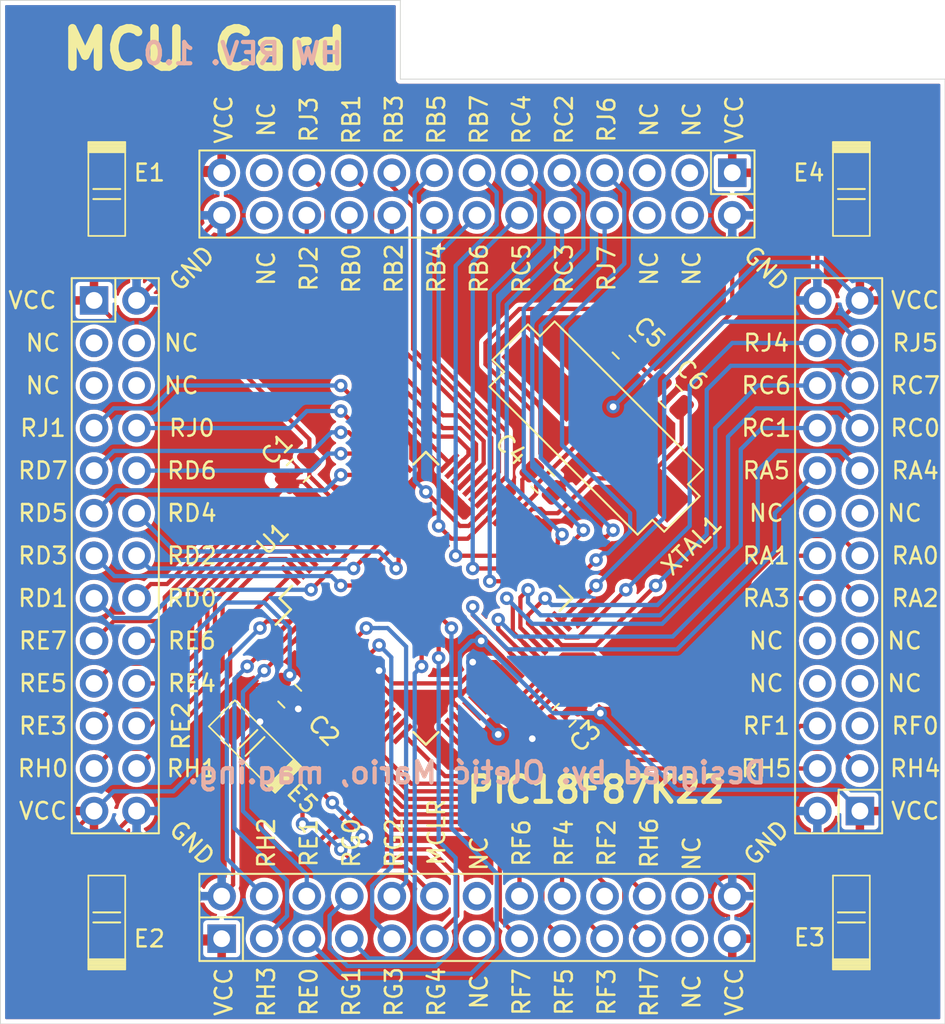
<source format=kicad_pcb>
(kicad_pcb (version 20171130) (host pcbnew "(5.1.2)-2")
  (layers (0 F.Cu signal) (31 B.Cu signal) (34 B.Paste user) (35 F.Paste user) (36 B.SilkS user) (37 F.SilkS user) (38 B.Mask user) (39 F.Mask user) (44 Edge.Cuts user))
  (net 0 "")
  (net 1 GND)
  (net 2 +5V)
  (net 3 /OSC2)
  (net 4 /OSC1)
  (net 5 "Net-(CN1-Pad6)")
  (net 6 "Net-(CN1-Pad3)")
  (net 7 "Net-(CN1-Pad4)")
  (net 8 "Net-(CN1-Pad5)")
  (net 9 "Net-(CN2-Pad13)")
  (net 10 "Net-(CN2-Pad23)")
  (net 11 "Net-(CN2-Pad14)")
  (net 12 "Net-(CN2-Pad24)")
  (net 13 "Net-(CN3-Pad9)")
  (net 14 "Net-(CN3-Pad7)")
  (net 15 "Net-(CN3-Pad10)")
  (net 16 "Net-(CN3-Pad15)")
  (net 17 "Net-(CN3-Pad8)")
  (net 18 "Net-(CN3-Pad16)")
  (net 19 "Net-(CN4-Pad5)")
  (net 20 "Net-(CN4-Pad4)")
  (net 21 "Net-(CN4-Pad23)")
  (net 22 "Net-(CN4-Pad3)")
  (net 23 "Net-(CN4-Pad6)")
  (net 24 "Net-(CN4-Pad24)")
  (net 25 "Net-(E5-Pad1)")
  (net 26 /RE5)
  (net 27 /RE6)
  (net 28 /RE7)
  (net 29 /RD0)
  (net 30 /RD2)
  (net 31 /RD4)
  (net 32 /RD3)
  (net 33 /RH0)
  (net 34 /RH1)
  (net 35 /RD5)
  (net 36 /RE2)
  (net 37 /RE3)
  (net 38 /RE4)
  (net 39 /RD1)
  (net 40 /RB0)
  (net 41 /RA5)
  (net 42 /RB4)
  (net 43 /RB1)
  (net 44 /RB2)
  (net 45 /RB3)
  (net 46 /RB5)
  (net 47 /RJ4)
  (net 48 /RC5)
  (net 49 /RC4)
  (net 50 /RH3)
  (net 51 /RC1)
  (net 52 /RG0)
  (net 53 /RA2)
  (net 54 /RA3)
  (net 55 /RH7)
  (net 56 /RF5)
  (net 57 "Net-(U1-Pad26)")
  (net 58 /RC3)
  (net 59 /RJ7)
  (net 60 /RC7)
  (net 61 /RA1)
  (net 62 /RH4)
  (net 63 /RF2)
  (net 64 /RF4)
  (net 65 /RG1)
  (net 66 /RF7)
  (net 67 /RA0)
  (net 68 /RE1)
  (net 69 /RF1)
  (net 70 /RG4)
  (net 71 /RJ6)
  (net 72 /RJ5)
  (net 73 /RG3)
  (net 74 /RF6)
  (net 75 /RF3)
  (net 76 /RH5)
  (net 77 /RC0)
  (net 78 /RG2)
  (net 79 /RA4)
  (net 80 /RC2)
  (net 81 /MCLR)
  (net 82 /RE0)
  (net 83 /RH2)
  (net 84 /RB6)
  (net 85 /RD6)
  (net 86 /RD7)
  (net 87 /RC6)
  (net 88 /RJ0)
  (net 89 /RJ1)
  (net 90 /RH6)
  (net 91 /RB7)
  (net 92 "Net-(U1-Pad25)")
  (net 93 /RJ2)
  (net 94 /RJ3)
  (net 95 /RF0)
  (module mikroLib_footprints:PIC18F87K22 (layer F.Cu) (at 203.2 76.2 45)
    (fp_text reference U1 (at -3.951313 -8.980256 45) (layer F.SilkS))
    (fp_text value PIC18F87K22 hide)
    (pad 75 smd rect (at -2.25 -6.7 135) (size 1.5 0.3) (layers F.Cu F.Paste F.Mask) (net 26 /RE5))
    (pad 74 smd rect (at -1.75 -6.7 135) (size 1.5 0.3) (layers F.Cu F.Paste F.Mask) (net 27 /RE6))
    (pad 73 smd rect (at -1.25 -6.7 135) (size 1.5 0.3) (layers F.Cu F.Paste F.Mask) (net 28 /RE7))
    (pad 72 smd rect (at -0.75 -6.7 135) (size 1.5 0.3) (layers F.Cu F.Paste F.Mask) (net 29 /RD0))
    (pad 68 smd rect (at 1.25 -6.7 135) (size 1.5 0.3) (layers F.Cu F.Paste F.Mask) (net 30 /RD2))
    (pad 66 smd rect (at 2.25 -6.7 135) (size 1.5 0.3) (layers F.Cu F.Paste F.Mask) (net 31 /RD4))
    (pad 67 smd rect (at 1.75 -6.7 135) (size 1.5 0.3) (layers F.Cu F.Paste F.Mask) (net 32 /RD3))
    (pad 71 smd rect (at -0.25 -6.7 135) (size 1.5 0.3) (layers F.Cu F.Paste F.Mask) (net 2 +5V))
    (pad 79 smd rect (at -4.25 -6.7 135) (size 1.5 0.3) (layers F.Cu F.Paste F.Mask) (net 33 /RH0))
    (pad 80 smd rect (at -4.75 -6.7 135) (size 1.5 0.3) (layers F.Cu F.Paste F.Mask) (net 34 /RH1))
    (pad 65 smd rect (at 2.75 -6.7 135) (size 1.5 0.3) (layers F.Cu F.Paste F.Mask) (net 35 /RD5))
    (pad 78 smd rect (at -3.75 -6.7 135) (size 1.5 0.3) (layers F.Cu F.Paste F.Mask) (net 36 /RE2))
    (pad 77 smd rect (at -3.25 -6.7 135) (size 1.5 0.3) (layers F.Cu F.Paste F.Mask) (net 37 /RE3))
    (pad 76 smd rect (at -2.75 -6.7 135) (size 1.5 0.3) (layers F.Cu F.Paste F.Mask) (net 38 /RE4))
    (pad 70 smd rect (at 0.25 -6.7 135) (size 1.5 0.3) (layers F.Cu F.Paste F.Mask) (net 1 GND))
    (pad 69 smd rect (at 0.75 -6.7 135) (size 1.5 0.3) (layers F.Cu F.Paste F.Mask) (net 39 /RD1))
    (pad 51 smd rect (at 6.7 -0.25 45) (size 1.5 0.3) (layers F.Cu F.Paste F.Mask) (net 1 GND))
    (pad 58 smd rect (at 6.7 -3.75 45) (size 1.5 0.3) (layers F.Cu F.Paste F.Mask) (net 40 /RB0))
    (pad 33 smd rect (at 1.25 6.7 135) (size 1.5 0.3) (layers F.Cu F.Paste F.Mask) (net 41 /RA5))
    (pad 54 smd rect (at 6.7 -1.75 45) (size 1.5 0.3) (layers F.Cu F.Paste F.Mask) (net 42 /RB4))
    (pad 57 smd rect (at 6.7 -3.25 45) (size 1.5 0.3) (layers F.Cu F.Paste F.Mask) (net 43 /RB1))
    (pad 56 smd rect (at 6.7 -2.75 45) (size 1.5 0.3) (layers F.Cu F.Paste F.Mask) (net 44 /RB2))
    (pad 55 smd rect (at 6.7 -2.25 45) (size 1.5 0.3) (layers F.Cu F.Paste F.Mask) (net 45 /RB3))
    (pad 53 smd rect (at 6.7 -1.25 45) (size 1.5 0.3) (layers F.Cu F.Paste F.Mask) (net 46 /RB5))
    (pad 49 smd rect (at 6.7 0.75 45) (size 1.5 0.3) (layers F.Cu F.Paste F.Mask) (net 4 /OSC1))
    (pad 39 smd rect (at 4.25 6.7 135) (size 1.5 0.3) (layers F.Cu F.Paste F.Mask) (net 47 /RJ4))
    (pad 48 smd rect (at 6.7 1.25 45) (size 1.5 0.3) (layers F.Cu F.Paste F.Mask) (net 2 +5V))
    (pad 46 smd rect (at 6.7 2.25 45) (size 1.5 0.3) (layers F.Cu F.Paste F.Mask) (net 48 /RC5))
    (pad 45 smd rect (at 6.7 2.75 45) (size 1.5 0.3) (layers F.Cu F.Paste F.Mask) (net 49 /RC4))
    (pad 2 smd rect (at -6.7 -4.25 45) (size 1.5 0.3) (layers F.Cu F.Paste F.Mask) (net 50 /RH3))
    (pad 35 smd rect (at 2.25 6.7 135) (size 1.5 0.3) (layers F.Cu F.Paste F.Mask) (net 51 /RC1))
    (pad 32 smd rect (at 0.75 6.7 135) (size 1.5 0.3) (layers F.Cu F.Paste F.Mask) (net 2 +5V))
    (pad 5 smd rect (at -6.7 -2.75 45) (size 1.5 0.3) (layers F.Cu F.Paste F.Mask) (net 52 /RG0))
    (pad 28 smd rect (at -1.25 6.7 135) (size 1.5 0.3) (layers F.Cu F.Paste F.Mask) (net 53 /RA2))
    (pad 27 smd rect (at -1.75 6.7 135) (size 1.5 0.3) (layers F.Cu F.Paste F.Mask) (net 54 /RA3))
    (pad 19 smd rect (at -6.7 4.25 45) (size 1.5 0.3) (layers F.Cu F.Paste F.Mask) (net 55 /RH7))
    (pad 15 smd rect (at -6.7 2.25 45) (size 1.5 0.3) (layers F.Cu F.Paste F.Mask) (net 56 /RF5))
    (pad 26 smd rect (at -2.25 6.7 135) (size 1.5 0.3) (layers F.Cu F.Paste F.Mask) (net 57 "Net-(U1-Pad26)"))
    (pad 44 smd rect (at 6.7 3.25 45) (size 1.5 0.3) (layers F.Cu F.Paste F.Mask) (net 58 /RC3))
    (pad 42 smd rect (at 6.7 4.25 45) (size 1.5 0.3) (layers F.Cu F.Paste F.Mask) (net 59 /RJ7))
    (pad 38 smd rect (at 3.75 6.7 135) (size 1.5 0.3) (layers F.Cu F.Paste F.Mask) (net 60 /RC7))
    (pad 29 smd rect (at -0.75 6.7 135) (size 1.5 0.3) (layers F.Cu F.Paste F.Mask) (net 61 /RA1))
    (pad 22 smd rect (at -4.25 6.7 135) (size 1.5 0.3) (layers F.Cu F.Paste F.Mask) (net 62 /RH4))
    (pad 31 smd rect (at 0.25 6.7 135) (size 1.5 0.3) (layers F.Cu F.Paste F.Mask) (net 1 GND))
    (pad 18 smd rect (at -6.7 3.75 45) (size 1.5 0.3) (layers F.Cu F.Paste F.Mask) (net 63 /RF2))
    (pad 16 smd rect (at -6.7 2.75 45) (size 1.5 0.3) (layers F.Cu F.Paste F.Mask) (net 64 /RF4))
    (pad 6 smd rect (at -6.7 -2.25 45) (size 1.5 0.3) (layers F.Cu F.Paste F.Mask) (net 65 /RG1))
    (pad 13 smd rect (at -6.7 1.25 45) (size 1.5 0.3) (layers F.Cu F.Paste F.Mask) (net 66 /RF7))
    (pad 30 smd rect (at -0.25 6.7 135) (size 1.5 0.3) (layers F.Cu F.Paste F.Mask) (net 67 /RA0))
    (pad 3 smd rect (at -6.7 -3.75 45) (size 1.5 0.3) (layers F.Cu F.Paste F.Mask) (net 68 /RE1))
    (pad 23 smd rect (at -3.75 6.7 135) (size 1.5 0.3) (layers F.Cu F.Paste F.Mask) (net 69 /RF1))
    (pad 10 smd rect (at -6.7 -0.25 45) (size 1.5 0.3) (layers F.Cu F.Paste F.Mask) (net 70 /RG4))
    (pad 11 smd rect (at -6.7 0.25 45) (size 1.5 0.3) (layers F.Cu F.Paste F.Mask) (net 1 GND))
    (pad 41 smd rect (at 6.7 4.75 45) (size 1.5 0.3) (layers F.Cu F.Paste F.Mask) (net 71 /RJ6))
    (pad 40 smd rect (at 4.75 6.7 135) (size 1.5 0.3) (layers F.Cu F.Paste F.Mask) (net 72 /RJ5))
    (pad 24 smd rect (at -3.25 6.7 135) (size 1.5 0.3) (layers F.Cu F.Paste F.Mask) (net 2 +5V))
    (pad 12 smd rect (at -6.7 0.75 45) (size 1.5 0.3) (layers F.Cu F.Paste F.Mask) (net 25 "Net-(E5-Pad1)"))
    (pad 8 smd rect (at -6.7 -1.25 45) (size 1.5 0.3) (layers F.Cu F.Paste F.Mask) (net 73 /RG3))
    (pad 14 smd rect (at -6.7 1.75 45) (size 1.5 0.3) (layers F.Cu F.Paste F.Mask) (net 74 /RF6))
    (pad 17 smd rect (at -6.7 3.25 45) (size 1.5 0.3) (layers F.Cu F.Paste F.Mask) (net 75 /RF3))
    (pad 21 smd rect (at -4.75 6.7 135) (size 1.5 0.3) (layers F.Cu F.Paste F.Mask) (net 76 /RH5))
    (pad 36 smd rect (at 2.75 6.7 135) (size 1.5 0.3) (layers F.Cu F.Paste F.Mask) (net 77 /RC0))
    (pad 7 smd rect (at -6.7 -1.75 45) (size 1.5 0.3) (layers F.Cu F.Paste F.Mask) (net 78 /RG2))
    (pad 34 smd rect (at 1.75 6.7 135) (size 1.5 0.3) (layers F.Cu F.Paste F.Mask) (net 79 /RA4))
    (pad 43 smd rect (at 6.7 3.75 45) (size 1.5 0.3) (layers F.Cu F.Paste F.Mask) (net 80 /RC2))
    (pad 50 smd rect (at 6.7 0.25 45) (size 1.5 0.3) (layers F.Cu F.Paste F.Mask) (net 3 /OSC2))
    (pad 9 smd rect (at -6.7 -0.75 45) (size 1.5 0.3) (layers F.Cu F.Paste F.Mask) (net 81 /MCLR))
    (pad 4 smd rect (at -6.7 -3.25 45) (size 1.5 0.3) (layers F.Cu F.Paste F.Mask) (net 82 /RE0))
    (pad 1 smd rect (at -6.7 -4.75 45) (size 1.5 0.3) (layers F.Cu F.Paste F.Mask) (net 83 /RH2))
    (pad 52 smd rect (at 6.7 -0.75 45) (size 1.5 0.3) (layers F.Cu F.Paste F.Mask) (net 84 /RB6))
    (pad 64 smd rect (at 3.25 -6.7 135) (size 1.5 0.3) (layers F.Cu F.Paste F.Mask) (net 85 /RD6))
    (pad 63 smd rect (at 3.75 -6.7 135) (size 1.5 0.3) (layers F.Cu F.Paste F.Mask) (net 86 /RD7))
    (pad 37 smd rect (at 3.25 6.7 135) (size 1.5 0.3) (layers F.Cu F.Paste F.Mask) (net 87 /RC6))
    (pad 62 smd rect (at 4.25 -6.7 135) (size 1.5 0.3) (layers F.Cu F.Paste F.Mask) (net 88 /RJ0))
    (pad 61 smd rect (at 4.75 -6.7 135) (size 1.5 0.3) (layers F.Cu F.Paste F.Mask) (net 89 /RJ1))
    (pad 20 smd rect (at -6.7 4.75 45) (size 1.5 0.3) (layers F.Cu F.Paste F.Mask) (net 90 /RH6))
    (pad 47 smd rect (at 6.7 1.75 45) (size 1.5 0.3) (layers F.Cu F.Paste F.Mask) (net 91 /RB7))
    (pad 25 smd rect (at -2.75 6.7 135) (size 1.5 0.3) (layers F.Cu F.Paste F.Mask) (net 92 "Net-(U1-Pad25)"))
    (pad 60 smd rect (at 6.7 -4.75 45) (size 1.5 0.3) (layers F.Cu F.Paste F.Mask) (net 93 /RJ2))
    (pad 59 smd rect (at 6.7 -4.25 45) (size 1.5 0.3) (layers F.Cu F.Paste F.Mask) (net 94 /RJ3))
  )
  (module Capacitor_SMD:C_0805_2012Metric (layer F.Cu) (at 195.58 68.58 45)
    (fp_text reference C1 (at 0 -1.796051 45) (layer F.SilkS))
    (fp_text value 100nF hide)
    (pad 2 smd roundrect (at 0.9375 0 45) (size 0.975 1.4) (layers F.Cu F.Paste F.Mask) (net 1 GND))
    (pad 1 smd roundrect (at -0.9375 0 45) (size 0.975 1.4) (layers F.Cu F.Paste F.Mask) (net 2 +5V))
  )
  (module Capacitor_SMD:C_0805_2012Metric (layer F.Cu) (at 195.072 82.042 315)
    (fp_text reference C2 (at 2.873682 0 135) (layer F.SilkS))
    (fp_text value 100nF hide)
    (pad 1 smd roundrect (at -0.9375 0 315) (size 0.975 1.4) (layers F.Cu F.Paste F.Mask) (net 2 +5V))
    (pad 2 smd roundrect (at 0.9375 0 315) (size 0.975 1.4) (layers F.Cu F.Paste F.Mask) (net 1 GND))
  )
  (module Capacitor_SMD:C_0805_2012Metric (layer F.Cu) (at 211.455 83.185 225)
    (fp_text reference C3 (at 0 -1.796051 45) (layer F.SilkS))
    (fp_text value 100nF hide)
    (pad 2 smd roundrect (at 0.9375 0 225) (size 0.975 1.4) (layers F.Cu F.Paste F.Mask) (net 1 GND))
    (pad 1 smd roundrect (at -0.9375 0 225) (size 0.975 1.4) (layers F.Cu F.Paste F.Mask) (net 2 +5V))
  )
  (module Capacitor_SMD:C_0805_2012Metric (layer F.Cu) (at 210.185 69.215 135)
    (fp_text reference C4 (at 2.694077 0 135) (layer F.SilkS))
    (fp_text value 100nF hide)
    (pad 1 smd roundrect (at -0.9375 0 135) (size 0.975 1.4) (layers F.Cu F.Paste F.Mask) (net 2 +5V))
    (pad 2 smd roundrect (at 0.9375 0 135) (size 0.975 1.4) (layers F.Cu F.Paste F.Mask) (net 1 GND))
  )
  (module Capacitor_SMD:C_0805_2012Metric (layer F.Cu) (at 215.030001 61.210001 315)
    (fp_text reference C5 (at 0.438405 -1.689985 135) (layer F.SilkS))
    (fp_text value 22pF hide)
    (pad 1 smd roundrect (at -0.9375 0 315) (size 0.975 1.4) (layers F.Cu F.Paste F.Mask) (net 3 /OSC2))
    (pad 2 smd roundrect (at 0.9375 0 315) (size 0.975 1.4) (layers F.Cu F.Paste F.Mask) (net 1 GND))
  )
  (module Capacitor_SMD:C_0805_2012Metric (layer F.Cu) (at 217.805 64.135 135)
    (fp_text reference C6 (at 0 1.796051 135) (layer F.SilkS))
    (fp_text value 22pF hide)
    (pad 2 smd roundrect (at 0.9375 0 135) (size 0.975 1.4) (layers F.Cu F.Paste F.Mask) (net 1 GND))
    (pad 1 smd roundrect (at -0.9375 0 135) (size 0.975 1.4) (layers F.Cu F.Paste F.Mask) (net 4 /OSC1))
  )
  (module mikroLib_footprints:SocketPin_2x13_2.54mm (layer F.Cu) (at 185.928 58.42)
    (fp_text reference CN1 hide)
    (fp_text value PinSocket_2x13_2.54mm hide)
    (pad 19 thru_hole oval (at -2.54 22.86) (size 1.7 1.7) (drill 1) (layers *.Cu *.Mask) (net 26 /RE5))
    (pad 22 thru_hole oval (at 0 25.4) (size 1.7 1.7) (drill 1) (layers *.Cu *.Mask) (net 36 /RE2))
    (pad 2 thru_hole oval (at 0 0) (size 1.7 1.7) (drill 1) (layers *.Cu *.Mask) (net 1 GND))
    (pad 9 thru_hole oval (at -2.54 10.16) (size 1.7 1.7) (drill 1) (layers *.Cu *.Mask) (net 86 /RD7))
    (pad 20 thru_hole oval (at 0 22.86) (size 1.7 1.7) (drill 1) (layers *.Cu *.Mask) (net 38 /RE4))
    (pad 7 thru_hole oval (at -2.54 7.62) (size 1.7 1.7) (drill 1) (layers *.Cu *.Mask) (net 89 /RJ1))
    (pad 18 thru_hole oval (at 0 20.32) (size 1.7 1.7) (drill 1) (layers *.Cu *.Mask) (net 27 /RE6))
    (pad 24 thru_hole oval (at 0 27.94) (size 1.7 1.7) (drill 1) (layers *.Cu *.Mask) (net 34 /RH1))
    (pad 6 thru_hole oval (at 0 5.08) (size 1.7 1.7) (drill 1) (layers *.Cu *.Mask) (net 5 "Net-(CN1-Pad6)"))
    (pad 11 thru_hole oval (at -2.54 12.7) (size 1.7 1.7) (drill 1) (layers *.Cu *.Mask) (net 35 /RD5))
    (pad 17 thru_hole oval (at -2.54 20.32) (size 1.7 1.7) (drill 1) (layers *.Cu *.Mask) (net 28 /RE7))
    (pad 21 thru_hole oval (at -2.54 25.4) (size 1.7 1.7) (drill 1) (layers *.Cu *.Mask) (net 37 /RE3))
    (pad 10 thru_hole oval (at 0 10.16) (size 1.7 1.7) (drill 1) (layers *.Cu *.Mask) (net 85 /RD6))
    (pad 3 thru_hole oval (at -2.54 2.54) (size 1.7 1.7) (drill 1) (layers *.Cu *.Mask) (net 6 "Net-(CN1-Pad3)"))
    (pad 1 thru_hole rect (at -2.54 0) (size 1.7 1.7) (drill 1) (layers *.Cu *.Mask) (net 2 +5V))
    (pad 14 thru_hole oval (at 0 15.24) (size 1.7 1.7) (drill 1) (layers *.Cu *.Mask) (net 30 /RD2))
    (pad 26 thru_hole oval (at 0 30.48) (size 1.7 1.7) (drill 1) (layers *.Cu *.Mask) (net 1 GND))
    (pad 23 thru_hole oval (at -2.54 27.94) (size 1.7 1.7) (drill 1) (layers *.Cu *.Mask) (net 33 /RH0))
    (pad 4 thru_hole oval (at 0 2.54) (size 1.7 1.7) (drill 1) (layers *.Cu *.Mask) (net 7 "Net-(CN1-Pad4)"))
    (pad 25 thru_hole oval (at -2.54 30.48) (size 1.7 1.7) (drill 1) (layers *.Cu *.Mask) (net 2 +5V))
    (pad 15 thru_hole oval (at -2.54 17.78) (size 1.7 1.7) (drill 1) (layers *.Cu *.Mask) (net 39 /RD1))
    (pad 13 thru_hole oval (at -2.54 15.24) (size 1.7 1.7) (drill 1) (layers *.Cu *.Mask) (net 32 /RD3))
    (pad 8 thru_hole oval (at 0 7.62) (size 1.7 1.7) (drill 1) (layers *.Cu *.Mask) (net 88 /RJ0))
    (pad 5 thru_hole oval (at -2.54 5.08) (size 1.7 1.7) (drill 1) (layers *.Cu *.Mask) (net 8 "Net-(CN1-Pad5)"))
    (pad 16 thru_hole oval (at 0 17.78) (size 1.7 1.7) (drill 1) (layers *.Cu *.Mask) (net 29 /RD0))
    (pad 12 thru_hole oval (at 0 12.7) (size 1.7 1.7) (drill 1) (layers *.Cu *.Mask) (net 31 /RD4))
  )
  (module mikroLib_footprints:SocketPin_2x13_2.54mm (layer F.Cu) (at 191.008 93.98 90)
    (fp_text reference CN2 hide)
    (fp_text value PinSocket_2x13_2.54mm hide)
    (pad 12 thru_hole oval (at 0 12.7 90) (size 1.7 1.7) (drill 1) (layers *.Cu *.Mask) (net 81 /MCLR))
    (pad 16 thru_hole oval (at 0 17.78 90) (size 1.7 1.7) (drill 1) (layers *.Cu *.Mask) (net 74 /RF6))
    (pad 5 thru_hole oval (at -2.54 5.08 90) (size 1.7 1.7) (drill 1) (layers *.Cu *.Mask) (net 82 /RE0))
    (pad 8 thru_hole oval (at 0 7.62 90) (size 1.7 1.7) (drill 1) (layers *.Cu *.Mask) (net 52 /RG0))
    (pad 13 thru_hole oval (at -2.54 15.24 90) (size 1.7 1.7) (drill 1) (layers *.Cu *.Mask) (net 9 "Net-(CN2-Pad13)"))
    (pad 15 thru_hole oval (at -2.54 17.78 90) (size 1.7 1.7) (drill 1) (layers *.Cu *.Mask) (net 66 /RF7))
    (pad 25 thru_hole oval (at -2.54 30.48 90) (size 1.7 1.7) (drill 1) (layers *.Cu *.Mask) (net 2 +5V))
    (pad 4 thru_hole oval (at 0 2.54 90) (size 1.7 1.7) (drill 1) (layers *.Cu *.Mask) (net 83 /RH2))
    (pad 23 thru_hole oval (at -2.54 27.94 90) (size 1.7 1.7) (drill 1) (layers *.Cu *.Mask) (net 10 "Net-(CN2-Pad23)"))
    (pad 26 thru_hole oval (at 0 30.48 90) (size 1.7 1.7) (drill 1) (layers *.Cu *.Mask) (net 1 GND))
    (pad 14 thru_hole oval (at 0 15.24 90) (size 1.7 1.7) (drill 1) (layers *.Cu *.Mask) (net 11 "Net-(CN2-Pad14)"))
    (pad 1 thru_hole rect (at -2.54 0 90) (size 1.7 1.7) (drill 1) (layers *.Cu *.Mask) (net 2 +5V))
    (pad 3 thru_hole oval (at -2.54 2.54 90) (size 1.7 1.7) (drill 1) (layers *.Cu *.Mask) (net 50 /RH3))
    (pad 10 thru_hole oval (at 0 10.16 90) (size 1.7 1.7) (drill 1) (layers *.Cu *.Mask) (net 78 /RG2))
    (pad 21 thru_hole oval (at -2.54 25.4 90) (size 1.7 1.7) (drill 1) (layers *.Cu *.Mask) (net 55 /RH7))
    (pad 17 thru_hole oval (at -2.54 20.32 90) (size 1.7 1.7) (drill 1) (layers *.Cu *.Mask) (net 56 /RF5))
    (pad 11 thru_hole oval (at -2.54 12.7 90) (size 1.7 1.7) (drill 1) (layers *.Cu *.Mask) (net 70 /RG4))
    (pad 6 thru_hole oval (at 0 5.08 90) (size 1.7 1.7) (drill 1) (layers *.Cu *.Mask) (net 68 /RE1))
    (pad 24 thru_hole oval (at 0 27.94 90) (size 1.7 1.7) (drill 1) (layers *.Cu *.Mask) (net 12 "Net-(CN2-Pad24)"))
    (pad 18 thru_hole oval (at 0 20.32 90) (size 1.7 1.7) (drill 1) (layers *.Cu *.Mask) (net 64 /RF4))
    (pad 7 thru_hole oval (at -2.54 7.62 90) (size 1.7 1.7) (drill 1) (layers *.Cu *.Mask) (net 65 /RG1))
    (pad 20 thru_hole oval (at 0 22.86 90) (size 1.7 1.7) (drill 1) (layers *.Cu *.Mask) (net 63 /RF2))
    (pad 9 thru_hole oval (at -2.54 10.16 90) (size 1.7 1.7) (drill 1) (layers *.Cu *.Mask) (net 73 /RG3))
    (pad 2 thru_hole oval (at 0 0 90) (size 1.7 1.7) (drill 1) (layers *.Cu *.Mask) (net 1 GND))
    (pad 22 thru_hole oval (at 0 25.4 90) (size 1.7 1.7) (drill 1) (layers *.Cu *.Mask) (net 90 /RH6))
    (pad 19 thru_hole oval (at -2.54 22.86 90) (size 1.7 1.7) (drill 1) (layers *.Cu *.Mask) (net 75 /RF3))
  )
  (module mikroLib_footprints:SocketPin_2x13_2.54mm (layer F.Cu) (at 226.568 88.9 180)
    (fp_text reference CN3 hide)
    (fp_text value PinSocket_2x13_2.54mm hide)
    (pad 19 thru_hole oval (at -2.54 22.86 180) (size 1.7 1.7) (drill 1) (layers *.Cu *.Mask) (net 77 /RC0))
    (pad 22 thru_hole oval (at 0 25.4 180) (size 1.7 1.7) (drill 1) (layers *.Cu *.Mask) (net 87 /RC6))
    (pad 2 thru_hole oval (at 0 0 180) (size 1.7 1.7) (drill 1) (layers *.Cu *.Mask) (net 1 GND))
    (pad 9 thru_hole oval (at -2.54 10.16 180) (size 1.7 1.7) (drill 1) (layers *.Cu *.Mask) (net 13 "Net-(CN3-Pad9)"))
    (pad 20 thru_hole oval (at 0 22.86 180) (size 1.7 1.7) (drill 1) (layers *.Cu *.Mask) (net 51 /RC1))
    (pad 7 thru_hole oval (at -2.54 7.62 180) (size 1.7 1.7) (drill 1) (layers *.Cu *.Mask) (net 14 "Net-(CN3-Pad7)"))
    (pad 18 thru_hole oval (at 0 20.32 180) (size 1.7 1.7) (drill 1) (layers *.Cu *.Mask) (net 41 /RA5))
    (pad 24 thru_hole oval (at 0 27.94 180) (size 1.7 1.7) (drill 1) (layers *.Cu *.Mask) (net 47 /RJ4))
    (pad 6 thru_hole oval (at 0 5.08 180) (size 1.7 1.7) (drill 1) (layers *.Cu *.Mask) (net 69 /RF1))
    (pad 11 thru_hole oval (at -2.54 12.7 180) (size 1.7 1.7) (drill 1) (layers *.Cu *.Mask) (net 53 /RA2))
    (pad 17 thru_hole oval (at -2.54 20.32 180) (size 1.7 1.7) (drill 1) (layers *.Cu *.Mask) (net 79 /RA4))
    (pad 21 thru_hole oval (at -2.54 25.4 180) (size 1.7 1.7) (drill 1) (layers *.Cu *.Mask) (net 60 /RC7))
    (pad 10 thru_hole oval (at 0 10.16 180) (size 1.7 1.7) (drill 1) (layers *.Cu *.Mask) (net 15 "Net-(CN3-Pad10)"))
    (pad 3 thru_hole oval (at -2.54 2.54 180) (size 1.7 1.7) (drill 1) (layers *.Cu *.Mask) (net 62 /RH4))
    (pad 1 thru_hole rect (at -2.54 0 180) (size 1.7 1.7) (drill 1) (layers *.Cu *.Mask) (net 2 +5V))
    (pad 14 thru_hole oval (at 0 15.24 180) (size 1.7 1.7) (drill 1) (layers *.Cu *.Mask) (net 61 /RA1))
    (pad 26 thru_hole oval (at 0 30.48 180) (size 1.7 1.7) (drill 1) (layers *.Cu *.Mask) (net 1 GND))
    (pad 23 thru_hole oval (at -2.54 27.94 180) (size 1.7 1.7) (drill 1) (layers *.Cu *.Mask) (net 72 /RJ5))
    (pad 4 thru_hole oval (at 0 2.54 180) (size 1.7 1.7) (drill 1) (layers *.Cu *.Mask) (net 76 /RH5))
    (pad 25 thru_hole oval (at -2.54 30.48 180) (size 1.7 1.7) (drill 1) (layers *.Cu *.Mask) (net 2 +5V))
    (pad 15 thru_hole oval (at -2.54 17.78 180) (size 1.7 1.7) (drill 1) (layers *.Cu *.Mask) (net 16 "Net-(CN3-Pad15)"))
    (pad 13 thru_hole oval (at -2.54 15.24 180) (size 1.7 1.7) (drill 1) (layers *.Cu *.Mask) (net 67 /RA0))
    (pad 8 thru_hole oval (at 0 7.62 180) (size 1.7 1.7) (drill 1) (layers *.Cu *.Mask) (net 17 "Net-(CN3-Pad8)"))
    (pad 5 thru_hole oval (at -2.54 5.08 180) (size 1.7 1.7) (drill 1) (layers *.Cu *.Mask) (net 95 /RF0))
    (pad 16 thru_hole oval (at 0 17.78 180) (size 1.7 1.7) (drill 1) (layers *.Cu *.Mask) (net 18 "Net-(CN3-Pad16)"))
    (pad 12 thru_hole oval (at 0 12.7 180) (size 1.7 1.7) (drill 1) (layers *.Cu *.Mask) (net 54 /RA3))
  )
  (module mikroLib_footprints:SocketPin_2x13_2.54mm (layer F.Cu) (at 221.488 53.34 270)
    (fp_text reference CN4 hide)
    (fp_text value PinSocket_2x13_2.54mm hide)
    (pad 12 thru_hole oval (at 0 12.7 270) (size 1.7 1.7) (drill 1) (layers *.Cu *.Mask) (net 48 /RC5))
    (pad 16 thru_hole oval (at 0 17.78 270) (size 1.7 1.7) (drill 1) (layers *.Cu *.Mask) (net 42 /RB4))
    (pad 5 thru_hole oval (at -2.54 5.08 270) (size 1.7 1.7) (drill 1) (layers *.Cu *.Mask) (net 19 "Net-(CN4-Pad5)"))
    (pad 8 thru_hole oval (at 0 7.62 270) (size 1.7 1.7) (drill 1) (layers *.Cu *.Mask) (net 59 /RJ7))
    (pad 13 thru_hole oval (at -2.54 15.24 270) (size 1.7 1.7) (drill 1) (layers *.Cu *.Mask) (net 91 /RB7))
    (pad 15 thru_hole oval (at -2.54 17.78 270) (size 1.7 1.7) (drill 1) (layers *.Cu *.Mask) (net 46 /RB5))
    (pad 25 thru_hole oval (at -2.54 30.48 270) (size 1.7 1.7) (drill 1) (layers *.Cu *.Mask) (net 2 +5V))
    (pad 4 thru_hole oval (at 0 2.54 270) (size 1.7 1.7) (drill 1) (layers *.Cu *.Mask) (net 20 "Net-(CN4-Pad4)"))
    (pad 23 thru_hole oval (at -2.54 27.94 270) (size 1.7 1.7) (drill 1) (layers *.Cu *.Mask) (net 21 "Net-(CN4-Pad23)"))
    (pad 26 thru_hole oval (at 0 30.48 270) (size 1.7 1.7) (drill 1) (layers *.Cu *.Mask) (net 1 GND))
    (pad 14 thru_hole oval (at 0 15.24 270) (size 1.7 1.7) (drill 1) (layers *.Cu *.Mask) (net 84 /RB6))
    (pad 1 thru_hole rect (at -2.54 0 270) (size 1.7 1.7) (drill 1) (layers *.Cu *.Mask) (net 2 +5V))
    (pad 3 thru_hole oval (at -2.54 2.54 270) (size 1.7 1.7) (drill 1) (layers *.Cu *.Mask) (net 22 "Net-(CN4-Pad3)"))
    (pad 10 thru_hole oval (at 0 10.16 270) (size 1.7 1.7) (drill 1) (layers *.Cu *.Mask) (net 58 /RC3))
    (pad 21 thru_hole oval (at -2.54 25.4 270) (size 1.7 1.7) (drill 1) (layers *.Cu *.Mask) (net 94 /RJ3))
    (pad 17 thru_hole oval (at -2.54 20.32 270) (size 1.7 1.7) (drill 1) (layers *.Cu *.Mask) (net 45 /RB3))
    (pad 11 thru_hole oval (at -2.54 12.7 270) (size 1.7 1.7) (drill 1) (layers *.Cu *.Mask) (net 49 /RC4))
    (pad 6 thru_hole oval (at 0 5.08 270) (size 1.7 1.7) (drill 1) (layers *.Cu *.Mask) (net 23 "Net-(CN4-Pad6)"))
    (pad 24 thru_hole oval (at 0 27.94 270) (size 1.7 1.7) (drill 1) (layers *.Cu *.Mask) (net 24 "Net-(CN4-Pad24)"))
    (pad 18 thru_hole oval (at 0 20.32 270) (size 1.7 1.7) (drill 1) (layers *.Cu *.Mask) (net 44 /RB2))
    (pad 7 thru_hole oval (at -2.54 7.62 270) (size 1.7 1.7) (drill 1) (layers *.Cu *.Mask) (net 71 /RJ6))
    (pad 20 thru_hole oval (at 0 22.86 270) (size 1.7 1.7) (drill 1) (layers *.Cu *.Mask) (net 40 /RB0))
    (pad 9 thru_hole oval (at -2.54 10.16 270) (size 1.7 1.7) (drill 1) (layers *.Cu *.Mask) (net 80 /RC2))
    (pad 2 thru_hole oval (at 0 0 270) (size 1.7 1.7) (drill 1) (layers *.Cu *.Mask) (net 1 GND))
    (pad 22 thru_hole oval (at 0 25.4 270) (size 1.7 1.7) (drill 1) (layers *.Cu *.Mask) (net 93 /RJ2))
    (pad 19 thru_hole oval (at -2.54 22.86 270) (size 1.7 1.7) (drill 1) (layers *.Cu *.Mask) (net 43 /RB1))
  )
  (module mikroLib_footprints:CAP_TANTALUM (layer F.Cu) (at 184.15 52.07 270)
    (fp_text reference E1 (at -1.27 -2.54 180) (layer F.SilkS))
    (fp_text value 10uF hide)
    (pad 1 smd rect (at -1.55 0 270) (size 1.6 1.9) (layers F.Cu F.Paste F.Mask) (net 2 +5V))
    (pad 2 smd rect (at 1.55 0 270) (size 1.6 1.9) (layers F.Cu F.Paste F.Mask) (net 1 GND))
  )
  (module mikroLib_footprints:CAP_TANTALUM (layer F.Cu) (at 184.15 95.25 90)
    (fp_text reference E2 (at -1.27 2.54 180) (layer F.SilkS))
    (fp_text value 10uF hide)
    (pad 2 smd rect (at 1.55 0 90) (size 1.6 1.9) (layers F.Cu F.Paste F.Mask) (net 1 GND))
    (pad 1 smd rect (at -1.55 0 90) (size 1.6 1.9) (layers F.Cu F.Paste F.Mask) (net 2 +5V))
  )
  (module mikroLib_footprints:CAP_TANTALUM (layer F.Cu) (at 228.6 95.25 90)
    (fp_text reference E3 (at -1.2 -2.5 180) (layer F.SilkS))
    (fp_text value 10uF hide)
    (pad 1 smd rect (at -1.55 0 90) (size 1.6 1.9) (layers F.Cu F.Paste F.Mask) (net 2 +5V))
    (pad 2 smd rect (at 1.55 0 90) (size 1.6 1.9) (layers F.Cu F.Paste F.Mask) (net 1 GND))
  )
  (module mikroLib_footprints:CAP_TANTALUM (layer F.Cu) (at 228.6 52.07 270)
    (fp_text reference E4 (at -1.27 2.54 180) (layer F.SilkS))
    (fp_text value 10uF hide)
    (pad 2 smd rect (at 1.55 0 270) (size 1.6 1.9) (layers F.Cu F.Paste F.Mask) (net 1 GND))
    (pad 1 smd rect (at -1.55 0 270) (size 1.6 1.9) (layers F.Cu F.Paste F.Mask) (net 2 +5V))
  )
  (module mikroLib_footprints:CAP_TANTALUM (layer F.Cu) (at 192.786 84.836 135)
    (fp_text reference E5 (at -4.490128 -0.179605 135) (layer F.SilkS))
    (fp_text value 10uF hide)
    (pad 1 smd rect (at -1.55 0 135) (size 1.6 1.9) (layers F.Cu F.Paste F.Mask) (net 25 "Net-(E5-Pad1)"))
    (pad 2 smd rect (at 1.55 0 135) (size 1.6 1.9) (layers F.Cu F.Paste F.Mask) (net 1 GND))
  )
  (module mikroLib_footprints:QuartzCrystal_HC49 (layer F.Cu) (at 213.36 66.04 315)
    (fp_text reference XTAL1 (at 8.980256 0.898026 45) (layer F.SilkS))
    (fp_text value QuartzCrystal_SMD hide)
    (pad 1 smd rect (at -4.25 0 315) (size 5.5 2) (layers F.Cu F.Paste F.Mask) (net 3 /OSC2))
    (pad 2 smd rect (at 4.25 0 315) (size 5.5 2) (layers F.Cu F.Paste F.Mask) (net 4 /OSC1))
  )
  (gr_text NC (at 219.075 56.515 90) (layer F.SilkS) (effects (font (size 1 1))))
  (gr_text NC (at 216.535 56.515 90) (layer F.SilkS) (effects (font (size 1 1))))
  (gr_text RJ7 (at 213.995 56.515 90) (layer F.SilkS) (effects (font (size 1 1))))
  (gr_text RC3 (at 211.455 56.515 90) (layer F.SilkS) (effects (font (size 1 1))))
  (gr_text RC5 (at 208.915 56.515 90) (layer F.SilkS) (effects (font (size 1 1))))
  (gr_text RB6 (at 206.375 56.515 90) (layer F.SilkS) (effects (font (size 1 1))))
  (gr_text RB4 (at 203.835 56.515 90) (layer F.SilkS) (effects (font (size 1 1))))
  (gr_text RB2 (at 201.295 56.515 90) (layer F.SilkS) (effects (font (size 1 1))))
  (gr_text RB0 (at 198.755 56.515 90) (layer F.SilkS) (effects (font (size 1 1))))
  (gr_text RJ2 (at 196.215 56.515 90) (layer F.SilkS) (effects (font (size 1 1))))
  (gr_text NC (at 193.675 56.515 90) (layer F.SilkS) (effects (font (size 1 1))))
  (gr_text VCC (at 221.615 47.625 90) (layer F.SilkS) (effects (font (size 1 1))))
  (gr_text NC (at 219.075 47.625 90) (layer F.SilkS) (effects (font (size 1 1))))
  (gr_text NC (at 216.535 47.625 90) (layer F.SilkS) (effects (font (size 1 1))))
  (gr_text RJ6 (at 213.995 47.625 90) (layer F.SilkS) (effects (font (size 1 1))))
  (gr_text RC2 (at 211.455 47.625 90) (layer F.SilkS) (effects (font (size 1 1))))
  (gr_text RC4 (at 208.915 47.625 90) (layer F.SilkS) (effects (font (size 1 1))))
  (gr_text RB7 (at 206.375 47.625 90) (layer F.SilkS) (effects (font (size 1 1))))
  (gr_text RB5 (at 203.835 47.625 90) (layer F.SilkS) (effects (font (size 1 1))))
  (gr_text RB3 (at 201.295 47.625 90) (layer F.SilkS) (effects (font (size 1 1))))
  (gr_text RB1 (at 198.755 47.625 90) (layer F.SilkS) (effects (font (size 1 1))))
  (gr_text RJ3 (at 196.215 47.625 90) (layer F.SilkS) (effects (font (size 1 1))))
  (gr_text NC (at 193.675 47.625 90) (layer F.SilkS) (effects (font (size 1 1))))
  (gr_text VCC (at 191.135 47.625 90) (layer F.SilkS) (effects (font (size 1 1))))
  (gr_text RH5 (at 223.52 86.36) (layer F.SilkS) (effects (font (size 1 1))))
  (gr_text RF1 (at 223.52 83.82) (layer F.SilkS) (effects (font (size 1 1))))
  (gr_text NC (at 223.52 81.28) (layer F.SilkS) (effects (font (size 1 1))))
  (gr_text NC (at 223.52 78.74) (layer F.SilkS) (effects (font (size 1 1))))
  (gr_text RA3 (at 223.52 76.2) (layer F.SilkS) (effects (font (size 1 1))))
  (gr_text RA1 (at 223.52 73.66) (layer F.SilkS) (effects (font (size 1 1))))
  (gr_text NC (at 223.52 71.12) (layer F.SilkS) (effects (font (size 1 1))))
  (gr_text RA5 (at 223.52 68.58) (layer F.SilkS) (effects (font (size 1 1))))
  (gr_text RC1 (at 223.52 66.04) (layer F.SilkS) (effects (font (size 1 1))))
  (gr_text RC6 (at 223.52 63.5) (layer F.SilkS) (effects (font (size 1 1))))
  (gr_text RJ4 (at 223.52 60.96) (layer F.SilkS) (effects (font (size 1 1))))
  (gr_text GND (at 223.52 56.515 -45) (layer F.SilkS) (effects (font (size 1 1))))
  (gr_text VCC (at 232.41 58.42) (layer F.SilkS) (effects (font (size 1 1))))
  (gr_text RJ5 (at 232.41 60.96) (layer F.SilkS) (effects (font (size 1 1))))
  (gr_text RC7 (at 232.41 63.5) (layer F.SilkS) (effects (font (size 1 1))))
  (gr_text RC0 (at 232.41 66.04) (layer F.SilkS) (effects (font (size 1 1))))
  (gr_text RA4 (at 232.41 68.58) (layer F.SilkS) (effects (font (size 1 1))))
  (gr_text NC (at 231.775 71.12) (layer F.SilkS) (effects (font (size 1 1))))
  (gr_text RA0 (at 232.41 73.66) (layer F.SilkS) (effects (font (size 1 1))))
  (gr_text RA2 (at 232.41 76.2) (layer F.SilkS) (effects (font (size 1 1))))
  (gr_text NC (at 231.775 78.74) (layer F.SilkS) (effects (font (size 1 1))))
  (gr_text NC (at 231.775 81.28) (layer F.SilkS) (effects (font (size 1 1))))
  (gr_text RF0 (at 232.41 83.82) (layer F.SilkS) (effects (font (size 1 1))))
  (gr_text RH4 (at 232.41 86.36) (layer F.SilkS) (effects (font (size 1 1))))
  (gr_text VCC (at 232.41 88.9) (layer F.SilkS) (effects (font (size 1 1))))
  (gr_text GND (at 223.52 90.805 45) (layer F.SilkS) (effects (font (size 1 1))))
  (gr_text NC (at 219.075 91.44 90) (layer F.SilkS) (effects (font (size 1 1))))
  (gr_text RH6 (at 216.535 90.805 90) (layer F.SilkS) (effects (font (size 1 1))))
  (gr_text RF2 (at 213.995 90.805 90) (layer F.SilkS) (effects (font (size 1 1))))
  (gr_text RF4 (at 211.455 90.805 90) (layer F.SilkS) (effects (font (size 1 1))))
  (gr_text RF6 (at 208.915 90.805 90) (layer F.SilkS) (effects (font (size 1 1))))
  (gr_text NC (at 206.375 91.44 90) (layer F.SilkS) (effects (font (size 1 1))))
  (gr_text MCLR (at 203.835 90.17 90) (layer F.SilkS) (effects (font (size 1 1))))
  (gr_text RG2 (at 201.295 90.805 90) (layer F.SilkS) (effects (font (size 1 1))))
  (gr_text RG0 (at 198.755 90.805 90) (layer F.SilkS) (effects (font (size 1 1))))
  (gr_text RE1 (at 196.215 90.805 90) (layer F.SilkS) (effects (font (size 1 1))))
  (gr_text RH2 (at 193.675 90.805 90) (layer F.SilkS) (effects (font (size 1 1))))
  (gr_text VCC (at 221.615 99.695 90) (layer F.SilkS) (effects (font (size 1 1))))
  (gr_text NC (at 219.075 99.695 90) (layer F.SilkS) (effects (font (size 1 1))))
  (gr_text RH7 (at 216.535 99.695 90) (layer F.SilkS) (effects (font (size 1 1))))
  (gr_text RF3 (at 213.995 99.695 90) (layer F.SilkS) (effects (font (size 1 1))))
  (gr_text RF5 (at 211.455 99.695 90) (layer F.SilkS) (effects (font (size 1 1))))
  (gr_text RF7 (at 208.915 99.695 90) (layer F.SilkS) (effects (font (size 1 1))))
  (gr_text NC (at 206.375 99.695 90) (layer F.SilkS) (effects (font (size 1 1))))
  (gr_text RG4 (at 203.835 99.695 90) (layer F.SilkS) (effects (font (size 1 1))))
  (gr_text RG3 (at 201.295 99.695 90) (layer F.SilkS) (effects (font (size 1 1))))
  (gr_text RG1 (at 198.755 99.695 90) (layer F.SilkS) (effects (font (size 1 1))))
  (gr_text RE0 (at 196.215 99.695 90) (layer F.SilkS) (effects (font (size 1 1))))
  (gr_text RH3 (at 193.675 99.695 90) (layer F.SilkS) (effects (font (size 1 1))))
  (gr_text VCC (at 191.135 99.695 90) (layer F.SilkS) (effects (font (size 1 1))))
  (gr_text GND (at 189.23 90.805 -45) (layer F.SilkS) (effects (font (size 1 1))))
  (gr_text RH1 (at 189.23 86.36) (layer F.SilkS) (effects (font (size 1 1))))
  (gr_text RE2 (at 188.595 83.82 90) (layer F.SilkS) (effects (font (size 1 1))))
  (gr_text RE4 (at 189.23 81.28) (layer F.SilkS) (effects (font (size 1 1))))
  (gr_text RE6 (at 189.23 78.74) (layer F.SilkS) (effects (font (size 1 1))))
  (gr_text RD0 (at 189.23 76.2) (layer F.SilkS) (effects (font (size 1 1))))
  (gr_text RD2 (at 189.23 73.66) (layer F.SilkS) (effects (font (size 1 1))))
  (gr_text RD4 (at 189.23 71.12) (layer F.SilkS) (effects (font (size 1 1))))
  (gr_text RD6 (at 189.23 68.58) (layer F.SilkS) (effects (font (size 1 1))))
  (gr_text VCC (at 180.34 88.9) (layer F.SilkS) (effects (font (size 1 1))))
  (gr_text RH0 (at 180.34 86.36) (layer F.SilkS) (effects (font (size 1 1))))
  (gr_text RE3 (at 180.34 83.82) (layer F.SilkS) (effects (font (size 1 1))))
  (gr_text RE5 (at 180.34 81.28) (layer F.SilkS) (effects (font (size 1 1))))
  (gr_text RE7 (at 180.34 78.74) (layer F.SilkS) (effects (font (size 1 1))))
  (gr_text RD1 (at 180.34 76.2) (layer F.SilkS) (effects (font (size 1 1))))
  (gr_text RD3 (at 180.34 73.66) (layer F.SilkS) (effects (font (size 1 1))))
  (gr_text RD5 (at 180.34 71.12) (layer F.SilkS) (effects (font (size 1 1))))
  (gr_text RD7 (at 180.34 68.58) (layer F.SilkS) (effects (font (size 1 1))))
  (gr_text RJ1 (at 180.34 66.04) (layer F.SilkS) (effects (font (size 1 1))))
  (gr_text RJ0 (at 189.23 66.04) (layer F.SilkS) (effects (font (size 1 1))))
  (gr_text GND (at 189.23 56.515 45) (layer F.SilkS) (effects (font (size 1 1))))
  (gr_text NC (at 188.595 63.5) (layer F.SilkS) (effects (font (size 1 1))))
  (gr_text NC (at 188.595 60.96) (layer F.SilkS) (effects (font (size 1 1))))
  (gr_text NC (at 180.34 63.5) (layer F.SilkS) (effects (font (size 1 1))))
  (gr_text NC (at 180.34 60.96) (layer F.SilkS) (effects (font (size 1 1))))
  (gr_text VCC (at 179.705 58.42) (layer F.SilkS) (effects (font (size 1 1))))
  (gr_text "Designed by: Oletić Mario, mag.ing." (at 206.248 86.614) (layer B.SilkS) (effects (font (size 1.27 1.27) (thickness 0.254)) (justify mirror)))
  (gr_text "HW REV. 1.0" (at 192.278 43.688) (layer B.SilkS) (effects (font (size 1.27 1.27) (thickness 0.254)) (justify mirror)))
  (gr_text PIC18F87K22 (at 213.36 87.63) (layer F.SilkS) (effects (font (size 1.524 1.524) (thickness 0.3048))))
  (gr_text "MCU Card" (at 189.992 43.434) (layer F.SilkS) (effects (font (size 2.286 2.286) (thickness 0.508))))
  (gr_line (start 234.188 45.212) (end 201.676 45.212) (layer Edge.Cuts) (width 0.05))
  (gr_line (start 201.676 40.513) (end 201.676 45.212) (layer Edge.Cuts) (width 0.05))
  (gr_line (start 177.8 40.513) (end 201.676 40.513) (layer Edge.Cuts) (width 0.05))
  (gr_line (start 234.188 101.6) (end 234.188 45.212) (layer Edge.Cuts) (width 0.05))
  (gr_line (start 177.8 101.6) (end 177.8 40.513) (layer Edge.Cuts) (width 0.05))
  (gr_line (start 177.8 101.6) (end 234.188 101.6) (layer Edge.Cuts) (width 0.05))
  (via (at 207.518 77.47) (size 0.8) (drill 0.4) (layers F.Cu B.Cu) (net 79))
  (via (at 205.994 76.708) (size 0.8) (drill 0.4) (layers F.Cu B.Cu) (net 41))
  (via (at 208.026 76.2) (size 0.8) (drill 0.4) (layers F.Cu B.Cu) (net 51))
  (via (at 209.296 75.692) (size 0.8) (drill 0.4) (layers F.Cu B.Cu) (net 77))
  (via (at 210.312 76.2) (size 0.8) (drill 0.4) (layers F.Cu B.Cu) (net 87))
  (via (at 216.916 75.438) (size 0.8) (drill 0.4) (layers F.Cu B.Cu) (net 60))
  (via (at 215.138 75.692) (size 0.8) (drill 0.4) (layers F.Cu B.Cu) (net 47))
  (via (at 213.36 75.438) (size 0.8) (drill 0.4) (layers F.Cu B.Cu) (net 72))
  (via (at 213.36 73.914) (size 0.8) (drill 0.4) (layers F.Cu B.Cu) (net 71))
  (via (at 214.376 72.136) (size 0.8) (drill 0.4) (layers F.Cu B.Cu) (net 59))
  (via (at 212.598 72.136) (size 0.8) (drill 0.4) (layers F.Cu B.Cu) (net 80))
  (via (at 211.328 72.39) (size 0.8) (drill 0.4) (layers F.Cu B.Cu) (net 58))
  (via (at 214.376 64.77) (size 0.8) (drill 0.4) (layers F.Cu B.Cu) (net 2))
  (via (at 207.01 75.184) (size 0.8) (drill 0.4) (layers F.Cu B.Cu) (net 49))
  (via (at 205.994 74.422) (size 0.8) (drill 0.4) (layers F.Cu B.Cu) (net 48))
  (via (at 204.978 73.66) (size 0.8) (drill 0.4) (layers F.Cu B.Cu) (net 91))
  (via (at 203.2 69.85) (size 0.8) (drill 0.4) (layers F.Cu B.Cu) (net 46))
  (via (at 203.962 71.882) (size 0.8) (drill 0.4) (layers F.Cu B.Cu) (net 84))
  (via (at 195.072 80.772) (size 0.8) (drill 0.4) (layers F.Cu B.Cu) (net 2))
  (via (at 198.12 63.5) (size 0.8) (drill 0.4) (layers F.Cu B.Cu) (net 89))
  (via (at 198.12 65.024) (size 0.8) (drill 0.4) (layers F.Cu B.Cu) (net 88))
  (via (at 198.12 66.294) (size 0.8) (drill 0.4) (layers F.Cu B.Cu) (net 86))
  (via (at 198.12 67.564) (size 0.8) (drill 0.4) (layers F.Cu B.Cu) (net 85))
  (via (at 198.12 68.834) (size 0.8) (drill 0.4) (layers F.Cu B.Cu) (net 35))
  (via (at 201.422 74.422) (size 0.8) (drill 0.4) (layers F.Cu B.Cu) (net 31))
  (via (at 198.12 75.438) (size 0.8) (drill 0.4) (layers F.Cu B.Cu) (net 32))
  (via (at 198.882 74.422) (size 0.8) (drill 0.4) (layers F.Cu B.Cu) (net 30))
  (via (at 196.342 75.692) (size 0.8) (drill 0.4) (layers F.Cu B.Cu) (net 39))
  (via (at 198.12 91.186) (size 0.8) (drill 0.4) (layers F.Cu B.Cu) (net 81))
  (via (at 199.39 90.424) (size 0.8) (drill 0.4) (layers F.Cu B.Cu) (net 70))
  (via (at 197.612 88.392) (size 0.8) (drill 0.4) (layers F.Cu B.Cu) (net 70))
  (via (at 195.834 89.662) (size 0.8) (drill 0.4) (layers F.Cu B.Cu) (net 81))
  (via (at 193.294 77.978) (size 0.8) (drill 0.4) (layers F.Cu B.Cu) (net 83))
  (via (at 192.532 80.264) (size 0.8) (drill 0.4) (layers F.Cu B.Cu) (net 50))
  (via (at 193.548 80.518) (size 0.8) (drill 0.4) (layers F.Cu B.Cu) (net 68))
  (via (at 207.518 84.328) (size 0.8) (drill 0.4) (layers F.Cu B.Cu) (net 2))
  (via (at 204.724 77.978) (size 0.8) (drill 0.4) (layers F.Cu B.Cu) (net 82))
  (via (at 202.946 80.264) (size 0.8) (drill 0.4) (layers F.Cu B.Cu) (net 65))
  (via (at 199.644 77.978) (size 0.8) (drill 0.4) (layers F.Cu B.Cu) (net 78))
  (via (at 200.406 78.994) (size 0.8) (drill 0.4) (layers F.Cu B.Cu) (net 73))
  (via (at 193.294 83.566) (size 0.8) (drill 0.4) (layers F.Cu B.Cu) (net 1))
  (via (at 195.58 82.804) (size 0.8) (drill 0.4) (layers F.Cu B.Cu) (net 1))
  (via (at 200.406 80.518) (size 0.8) (drill 0.4) (layers F.Cu B.Cu) (net 1))
  (via (at 213.614 83.058) (size 0.8) (drill 0.4) (layers F.Cu B.Cu) (net 2))
  (via (at 206.502 78.74) (size 0.8) (drill 0.4) (layers F.Cu B.Cu) (net 2))
  (via (at 209.55 84.582) (size 0.8) (drill 0.4) (layers F.Cu B.Cu) (net 1))
  (via (at 205.994 80.01) (size 0.8) (drill 0.4) (layers F.Cu B.Cu) (net 1))
  (segment (start 208.114392 80.760839) (end 207.363553 80.01) (width 0.254) (layer F.Cu) (net 1))
  (segment (start 207.363553 80.01) (end 205.994 80.01) (width 0.254) (layer F.Cu) (net 1))
  (segment (start 205.994 80.01) (end 205.994 81.026) (width 0.254) (layer B.Cu) (net 1))
  (segment (start 205.994 81.026) (end 209.55 84.582) (width 0.254) (layer B.Cu) (net 1))
  (segment (start 210.058 84.582) (end 210.792087 83.847913) (width 0.254) (layer F.Cu) (net 1))
  (segment (start 209.55 84.582) (end 210.058 84.582) (width 0.254) (layer F.Cu) (net 1))
  (segment (start 212.09 84.582) (end 221.488 93.98) (width 0.254) (layer B.Cu) (net 1))
  (segment (start 209.55 84.582) (end 212.09 84.582) (width 0.254) (layer B.Cu) (net 1))
  (segment (start 198.639161 81.114392) (end 199.644 80.109553) (width 0.254) (layer F.Cu) (net 1))
  (segment (start 199.997553 80.109553) (end 200.406 80.518) (width 0.254) (layer F.Cu) (net 1))
  (segment (start 199.644 80.109553) (end 199.997553 80.109553) (width 0.254) (layer F.Cu) (net 1))
  (segment (start 201.168 81.28) (end 200.406 80.518) (width 0.254) (layer F.Cu) (net 1))
  (segment (start 205.232 81.28) (end 201.168 81.28) (width 0.254) (layer F.Cu) (net 1))
  (segment (start 205.994 80.01) (end 205.994 80.518) (width 0.254) (layer F.Cu) (net 1))
  (segment (start 205.994 80.518) (end 205.232 81.28) (width 0.254) (layer F.Cu) (net 1))
  (segment (start 191.689984 93.298016) (end 191.008 93.98) (width 0.254) (layer F.Cu) (net 1))
  (segment (start 191.689984 83.739984) (end 191.689984 93.298016) (width 0.254) (layer F.Cu) (net 1))
  (segment (start 185.928 90.102081) (end 185.928 88.9) (width 0.254) (layer F.Cu) (net 1))
  (segment (start 189.805919 93.98) (end 185.928 90.102081) (width 0.254) (layer F.Cu) (net 1))
  (segment (start 191.008 93.98) (end 189.805919 93.98) (width 0.254) (layer F.Cu) (net 1))
  (segment (start 228.32 93.98) (end 228.6 93.7) (width 0.254) (layer F.Cu) (net 1))
  (segment (start 221.488 93.98) (end 228.32 93.98) (width 0.254) (layer F.Cu) (net 1))
  (segment (start 228.45 93.7) (end 228.6 93.7) (width 0.254) (layer F.Cu) (net 1))
  (segment (start 226.568 91.818) (end 228.45 93.7) (width 0.254) (layer F.Cu) (net 1))
  (segment (start 226.568 88.9) (end 226.568 91.818) (width 0.254) (layer F.Cu) (net 1))
  (segment (start 184.15 90.678) (end 185.928 88.9) (width 0.254) (layer F.Cu) (net 1))
  (segment (start 184.15 93.7) (end 184.15 90.678) (width 0.254) (layer F.Cu) (net 1))
  (segment (start 196.242913 68.88936) (end 196.242913 67.917087) (width 0.254) (layer F.Cu) (net 1))
  (segment (start 198.639161 71.285608) (end 196.242913 68.88936) (width 0.254) (layer F.Cu) (net 1))
  (segment (start 196.242913 67.917087) (end 196.242913 66.702913) (width 0.254) (layer F.Cu) (net 1))
  (segment (start 187.96 58.42) (end 185.928 58.42) (width 0.254) (layer F.Cu) (net 1))
  (segment (start 196.242913 66.702913) (end 187.96 58.42) (width 0.254) (layer F.Cu) (net 1))
  (segment (start 208.956403 70.090044) (end 207.760839 71.285608) (width 0.254) (layer F.Cu) (net 1))
  (segment (start 209.522087 68.552087) (end 208.956403 69.117771) (width 0.254) (layer F.Cu) (net 1))
  (segment (start 208.956403 69.117771) (end 208.956403 70.090044) (width 0.254) (layer F.Cu) (net 1))
  (segment (start 191.863968 83.566) (end 191.689984 83.739984) (width 0.254) (layer F.Cu) (net 1))
  (segment (start 193.294 83.566) (end 191.863968 83.566) (width 0.254) (layer F.Cu) (net 1))
  (segment (start 198.374 80.01) (end 195.58 82.804) (width 0.254) (layer B.Cu) (net 1))
  (segment (start 200.406 80.518) (end 199.898 80.01) (width 0.254) (layer B.Cu) (net 1))
  (segment (start 199.898 80.01) (end 198.374 80.01) (width 0.254) (layer B.Cu) (net 1))
  (segment (start 194.056 82.804) (end 193.294 83.566) (width 0.254) (layer B.Cu) (net 1))
  (segment (start 195.58 82.804) (end 194.056 82.804) (width 0.254) (layer B.Cu) (net 1))
  (segment (start 215.692914 62.022914) (end 217.142087 63.472087) (width 0.254) (layer F.Cu) (net 1))
  (segment (start 215.692914 61.872914) (end 215.692914 62.022914) (width 0.254) (layer F.Cu) (net 1))
  (segment (start 217.142087 63.472087) (end 221.488 59.126174) (width 0.254) (layer F.Cu) (net 1))
  (segment (start 221.488 59.126174) (end 221.488 53.34) (width 0.254) (layer F.Cu) (net 1))
  (segment (start 228.45 53.62) (end 228.6 53.62) (width 0.254) (layer F.Cu) (net 1))
  (segment (start 226.568 55.502) (end 228.45 53.62) (width 0.254) (layer F.Cu) (net 1))
  (segment (start 226.568 58.42) (end 226.568 55.502) (width 0.254) (layer F.Cu) (net 1))
  (segment (start 228.32 53.34) (end 228.6 53.62) (width 0.254) (layer F.Cu) (net 1))
  (segment (start 221.488 53.34) (end 228.32 53.34) (width 0.254) (layer F.Cu) (net 1))
  (segment (start 191.008 53.34) (end 185.928 58.42) (width 0.254) (layer F.Cu) (net 1))
  (segment (start 185.928 57.217919) (end 185.928 58.42) (width 0.254) (layer F.Cu) (net 1))
  (segment (start 185.928 55.248) (end 185.928 57.217919) (width 0.254) (layer F.Cu) (net 1))
  (segment (start 184.3 53.62) (end 185.928 55.248) (width 0.254) (layer F.Cu) (net 1))
  (segment (start 184.15 53.62) (end 184.3 53.62) (width 0.254) (layer F.Cu) (net 1))
  (segment (start 216.408 61.157828) (end 215.692914 61.872914) (width 0.254) (layer F.Cu) (net 1))
  (segment (start 216.408 59.69) (end 216.408 61.157828) (width 0.254) (layer F.Cu) (net 1))
  (segment (start 209.522087 64.996087) (end 206.756 62.23) (width 0.254) (layer F.Cu) (net 1))
  (segment (start 209.522087 68.552087) (end 209.522087 64.996087) (width 0.254) (layer F.Cu) (net 1))
  (segment (start 206.756 62.23) (end 206.756 60.96) (width 0.254) (layer F.Cu) (net 1))
  (segment (start 206.756 60.96) (end 208.788 58.928) (width 0.254) (layer F.Cu) (net 1))
  (segment (start 208.788 58.928) (end 215.646 58.928) (width 0.254) (layer F.Cu) (net 1))
  (segment (start 215.646 58.928) (end 216.408 59.69) (width 0.254) (layer F.Cu) (net 1))
  (segment (start 206.502 78.74) (end 210.82 83.058) (width 0.254) (layer B.Cu) (net 2))
  (segment (start 210.82 83.058) (end 213.614 83.058) (width 0.254) (layer B.Cu) (net 2))
  (segment (start 212.653826 83.058) (end 212.117913 82.522087) (width 0.254) (layer F.Cu) (net 2))
  (segment (start 213.614 83.058) (end 212.653826 83.058) (width 0.254) (layer F.Cu) (net 2))
  (segment (start 218.186 87.63) (end 213.614 83.058) (width 0.254) (layer B.Cu) (net 2))
  (segment (start 229.108 88.9) (end 227.838 87.63) (width 0.254) (layer B.Cu) (net 2))
  (segment (start 227.838 87.63) (end 218.186 87.63) (width 0.254) (layer B.Cu) (net 2))
  (segment (start 205.936315 78.74) (end 205.232 79.444315) (width 0.254) (layer B.Cu) (net 2))
  (segment (start 206.502 78.74) (end 205.936315 78.74) (width 0.254) (layer B.Cu) (net 2))
  (segment (start 205.232 79.444315) (end 205.232 82.042) (width 0.254) (layer B.Cu) (net 2))
  (segment (start 205.232 82.042) (end 207.518 84.328) (width 0.254) (layer B.Cu) (net 2))
  (segment (start 206.731806 84.328) (end 205.639518 83.235712) (width 0.254) (layer F.Cu) (net 2))
  (segment (start 207.518 84.328) (end 206.731806 84.328) (width 0.254) (layer F.Cu) (net 2))
  (segment (start 228.32 96.52) (end 228.6 96.8) (width 0.254) (layer F.Cu) (net 2))
  (segment (start 221.488 96.52) (end 228.32 96.52) (width 0.254) (layer F.Cu) (net 2))
  (segment (start 230.212 88.9) (end 230.886 89.574) (width 0.254) (layer F.Cu) (net 2))
  (segment (start 229.108 88.9) (end 230.212 88.9) (width 0.254) (layer F.Cu) (net 2))
  (segment (start 228.75 96.8) (end 228.6 96.8) (width 0.254) (layer F.Cu) (net 2))
  (segment (start 230.886 94.664) (end 228.75 96.8) (width 0.254) (layer F.Cu) (net 2))
  (segment (start 230.886 89.574) (end 230.886 94.664) (width 0.254) (layer F.Cu) (net 2))
  (segment (start 182.946 96.8) (end 182.118 95.972) (width 0.254) (layer F.Cu) (net 2))
  (segment (start 184.15 96.8) (end 182.946 96.8) (width 0.254) (layer F.Cu) (net 2))
  (segment (start 182.118 90.17) (end 183.388 88.9) (width 0.254) (layer F.Cu) (net 2))
  (segment (start 182.118 95.972) (end 182.118 90.17) (width 0.254) (layer F.Cu) (net 2))
  (segment (start 190.728 96.8) (end 191.008 96.52) (width 0.254) (layer F.Cu) (net 2))
  (segment (start 184.15 96.8) (end 190.728 96.8) (width 0.254) (layer F.Cu) (net 2))
  (segment (start 195.88936 69.242913) (end 194.917087 69.242913) (width 0.254) (layer F.Cu) (net 2))
  (segment (start 198.285608 71.639161) (end 195.88936 69.242913) (width 0.254) (layer F.Cu) (net 2))
  (segment (start 194.351403 68.677229) (end 194.351403 65.827403) (width 0.254) (layer F.Cu) (net 2))
  (segment (start 194.917087 69.242913) (end 194.351403 68.677229) (width 0.254) (layer F.Cu) (net 2))
  (segment (start 194.351403 65.827403) (end 188.468 59.944) (width 0.254) (layer F.Cu) (net 2))
  (segment (start 186.306963 59.597001) (end 184.565001 59.597001) (width 0.254) (layer F.Cu) (net 2))
  (segment (start 188.468 59.944) (end 186.653962 59.944) (width 0.254) (layer F.Cu) (net 2))
  (segment (start 186.653962 59.944) (end 186.306963 59.597001) (width 0.254) (layer F.Cu) (net 2))
  (segment (start 184.565001 59.597001) (end 183.388 58.42) (width 0.254) (layer F.Cu) (net 2))
  (segment (start 192.178913 81.379087) (end 194.409087 81.379087) (width 0.254) (layer F.Cu) (net 2))
  (segment (start 190.125537 83.432463) (end 192.178913 81.379087) (width 0.254) (layer F.Cu) (net 2))
  (segment (start 190.125537 86.226463) (end 190.125537 83.432463) (width 0.254) (layer F.Cu) (net 2))
  (segment (start 188.629001 87.722999) (end 190.125537 86.226463) (width 0.254) (layer F.Cu) (net 2))
  (segment (start 183.388 88.9) (end 184.565001 87.722999) (width 0.254) (layer F.Cu) (net 2))
  (segment (start 184.565001 87.722999) (end 188.629001 87.722999) (width 0.254) (layer F.Cu) (net 2))
  (segment (start 228.32 50.8) (end 228.6 50.52) (width 0.254) (layer F.Cu) (net 2))
  (segment (start 221.488 50.8) (end 228.32 50.8) (width 0.254) (layer F.Cu) (net 2))
  (segment (start 229.804 50.52) (end 228.6 50.52) (width 0.254) (layer F.Cu) (net 2))
  (segment (start 230.378 51.094) (end 229.804 50.52) (width 0.254) (layer F.Cu) (net 2))
  (segment (start 230.378 57.404) (end 230.378 51.094) (width 0.254) (layer F.Cu) (net 2))
  (segment (start 230.211999 57.570001) (end 230.378 57.404) (width 0.254) (layer F.Cu) (net 2))
  (segment (start 229.957999 57.570001) (end 230.211999 57.570001) (width 0.254) (layer F.Cu) (net 2))
  (segment (start 229.108 58.42) (end 229.957999 57.570001) (width 0.254) (layer F.Cu) (net 2))
  (segment (start 227.930999 59.597001) (end 228.258001 59.269999) (width 0.254) (layer F.Cu) (net 2))
  (segment (start 228.258001 59.269999) (end 229.108 58.42) (width 0.254) (layer F.Cu) (net 2))
  (segment (start 222.596999 59.597001) (end 227.930999 59.597001) (width 0.254) (layer F.Cu) (net 2))
  (segment (start 219.964 62.23) (end 222.596999 59.597001) (width 0.254) (layer F.Cu) (net 2))
  (segment (start 218.186 72.136) (end 219.964 70.358) (width 0.254) (layer F.Cu) (net 2))
  (segment (start 208.821499 72.346268) (end 209.593757 71.57401) (width 0.254) (layer F.Cu) (net 2))
  (segment (start 211.38199 71.57401) (end 213.36 69.596) (width 0.254) (layer F.Cu) (net 2))
  (segment (start 213.36 69.596) (end 214.376 69.596) (width 0.254) (layer F.Cu) (net 2))
  (segment (start 219.964 70.358) (end 219.964 62.23) (width 0.254) (layer F.Cu) (net 2))
  (segment (start 214.376 69.596) (end 216.916 72.136) (width 0.254) (layer F.Cu) (net 2))
  (segment (start 209.593757 71.57401) (end 211.38199 71.57401) (width 0.254) (layer F.Cu) (net 2))
  (segment (start 216.916 72.136) (end 218.186 72.136) (width 0.254) (layer F.Cu) (net 2))
  (segment (start 190.728 50.52) (end 191.008 50.8) (width 0.254) (layer F.Cu) (net 2))
  (segment (start 184.15 50.52) (end 190.728 50.52) (width 0.254) (layer F.Cu) (net 2))
  (segment (start 182.946 50.52) (end 181.61 51.856) (width 0.254) (layer F.Cu) (net 2))
  (segment (start 184.15 50.52) (end 182.946 50.52) (width 0.254) (layer F.Cu) (net 2))
  (segment (start 183.388 57.316) (end 183.388 58.42) (width 0.254) (layer F.Cu) (net 2))
  (segment (start 181.61 55.538) (end 183.388 57.316) (width 0.254) (layer F.Cu) (net 2))
  (segment (start 181.61 51.856) (end 181.61 55.538) (width 0.254) (layer F.Cu) (net 2))
  (segment (start 194.409087 81.379087) (end 195.016174 80.772) (width 0.254) (layer F.Cu) (net 2))
  (segment (start 195.016174 80.772) (end 195.072 80.772) (width 0.254) (layer F.Cu) (net 2))
  (segment (start 184.237999 88.050001) (end 183.388 88.9) (width 0.254) (layer B.Cu) (net 2))
  (segment (start 184.565001 87.722999) (end 184.237999 88.050001) (width 0.254) (layer B.Cu) (net 2))
  (segment (start 195.072 80.772) (end 195.072 77.978) (width 0.254) (layer B.Cu) (net 2))
  (segment (start 195.072 77.978) (end 193.548 76.454) (width 0.254) (layer B.Cu) (net 2))
  (segment (start 193.548 76.454) (end 191.262 76.454) (width 0.254) (layer B.Cu) (net 2))
  (segment (start 188.121001 87.722999) (end 184.565001 87.722999) (width 0.254) (layer B.Cu) (net 2))
  (segment (start 191.262 76.454) (end 189.484 78.232) (width 0.254) (layer B.Cu) (net 2))
  (segment (start 189.484 78.232) (end 189.484 86.36) (width 0.254) (layer B.Cu) (net 2))
  (segment (start 189.484 86.36) (end 188.121001 87.722999) (width 0.254) (layer B.Cu) (net 2))
  (segment (start 206.800661 78.74) (end 206.502 78.74) (width 0.254) (layer F.Cu) (net 2))
  (segment (start 208.467946 80.407285) (end 206.800661 78.74) (width 0.254) (layer F.Cu) (net 2))
  (segment (start 210.847913 69.877913) (end 214.376 66.349826) (width 0.254) (layer F.Cu) (net 2))
  (segment (start 214.376 66.349826) (end 214.376 65.024) (width 0.254) (layer F.Cu) (net 2))
  (segment (start 214.376 64.77) (end 223.012 56.134) (width 0.254) (layer B.Cu) (net 2))
  (segment (start 226.822 56.134) (end 229.108 58.42) (width 0.254) (layer B.Cu) (net 2))
  (segment (start 223.012 56.134) (end 226.822 56.134) (width 0.254) (layer B.Cu) (net 2))
  (segment (start 212.370049 65.050049) (end 210.354796 63.034796) (width 0.254) (layer F.Cu) (net 3))
  (segment (start 212.370049 66.856019) (end 212.370049 65.050049) (width 0.254) (layer F.Cu) (net 3))
  (segment (start 209.782178 69.44389) (end 212.370049 66.856019) (width 0.254) (layer F.Cu) (net 3))
  (segment (start 209.782178 69.971375) (end 209.782178 69.44389) (width 0.254) (layer F.Cu) (net 3))
  (segment (start 208.114392 71.639161) (end 209.782178 69.971375) (width 0.254) (layer F.Cu) (net 3))
  (segment (start 211.87938 63.034796) (end 210.354796 63.034796) (width 0.254) (layer F.Cu) (net 3))
  (segment (start 214.367088 60.547088) (end 211.87938 63.034796) (width 0.254) (layer F.Cu) (net 3))
  (segment (start 214.587204 69.045204) (end 216.365204 69.045204) (width 0.254) (layer F.Cu) (net 4))
  (segment (start 213.148796 69.045204) (end 214.587204 69.045204) (width 0.254) (layer F.Cu) (net 4))
  (segment (start 211.074 71.12) (end 213.148796 69.045204) (width 0.254) (layer F.Cu) (net 4))
  (segment (start 209.077799 71.382862) (end 209.077799 71.338201) (width 0.254) (layer F.Cu) (net 4))
  (segment (start 208.467946 71.992715) (end 209.077799 71.382862) (width 0.254) (layer F.Cu) (net 4))
  (segment (start 209.077799 71.338201) (end 209.55 70.866) (width 0.254) (layer F.Cu) (net 4))
  (segment (start 209.55 70.866) (end 210.058 70.866) (width 0.254) (layer F.Cu) (net 4))
  (segment (start 210.058 70.866) (end 210.312 71.12) (width 0.254) (layer F.Cu) (net 4))
  (segment (start 210.312 71.12) (end 211.074 71.12) (width 0.254) (layer F.Cu) (net 4))
  (segment (start 218.467913 66.942495) (end 216.365204 69.045204) (width 0.254) (layer F.Cu) (net 4))
  (segment (start 218.467913 64.797913) (end 218.467913 66.942495) (width 0.254) (layer F.Cu) (net 4))
  (segment (start 197.48193 82.978731) (end 197.48193 86.914399) (width 0.254) (layer F.Cu) (net 25))
  (segment (start 198.992715 81.467946) (end 197.48193 82.978731) (width 0.254) (layer F.Cu) (net 25))
  (segment (start 197.48193 86.914399) (end 198.628 88.060469) (width 0.254) (layer F.Cu) (net 25))
  (segment (start 198.628 88.060469) (end 198.628 88.9) (width 0.254) (layer F.Cu) (net 25))
  (segment (start 198.628 88.9) (end 196.596 90.932) (width 0.254) (layer F.Cu) (net 25))
  (segment (start 196.596 90.932) (end 195.072 90.932) (width 0.254) (layer F.Cu) (net 25))
  (segment (start 193.882016 89.742016) (end 193.882016 85.932016) (width 0.254) (layer F.Cu) (net 25))
  (segment (start 195.072 90.932) (end 193.882016 89.742016) (width 0.254) (layer F.Cu) (net 25))
  (segment (start 184.565001 80.102999) (end 188.121001 80.102999) (width 0.254) (layer F.Cu) (net 26))
  (segment (start 183.388 81.28) (end 184.565001 80.102999) (width 0.254) (layer F.Cu) (net 26))
  (segment (start 188.121001 80.102999) (end 189.24595 78.97805) (width 0.254) (layer F.Cu) (net 26))
  (segment (start 196.871394 73.020863) (end 196.871394 73.053375) (width 0.254) (layer F.Cu) (net 26))
  (segment (start 195.892227 72.041696) (end 196.871394 73.020863) (width 0.254) (layer F.Cu) (net 26))
  (segment (start 192.986103 72.041696) (end 195.892227 72.041696) (width 0.254) (layer F.Cu) (net 26))
  (segment (start 189.24595 78.97805) (end 189.24595 75.781849) (width 0.254) (layer F.Cu) (net 26))
  (segment (start 189.24595 75.781849) (end 192.986103 72.041696) (width 0.254) (layer F.Cu) (net 26))
  (segment (start 185.928 78.74) (end 187.96 78.74) (width 0.254) (layer F.Cu) (net 27))
  (segment (start 187.96 78.74) (end 188.722 77.978) (width 0.254) (layer F.Cu) (net 27))
  (segment (start 197.224948 72.667311) (end 197.224948 72.699821) (width 0.254) (layer F.Cu) (net 27))
  (segment (start 196.145323 71.587686) (end 197.224948 72.667311) (width 0.254) (layer F.Cu) (net 27))
  (segment (start 192.798046 71.587686) (end 196.145323 71.587686) (width 0.254) (layer F.Cu) (net 27))
  (segment (start 188.722 77.978) (end 188.722 75.663732) (width 0.254) (layer F.Cu) (net 27))
  (segment (start 188.722 75.663732) (end 192.798046 71.587686) (width 0.254) (layer F.Cu) (net 27))
  (segment (start 184.565001 77.562999) (end 187.613001 77.562999) (width 0.254) (layer F.Cu) (net 28))
  (segment (start 183.388 78.74) (end 184.565001 77.562999) (width 0.254) (layer F.Cu) (net 28))
  (segment (start 196.365909 71.133676) (end 197.578501 72.346268) (width 0.254) (layer F.Cu) (net 28))
  (segment (start 192.609989 71.133676) (end 196.365909 71.133676) (width 0.254) (layer F.Cu) (net 28))
  (segment (start 187.613001 77.562999) (end 187.613001 76.130664) (width 0.254) (layer F.Cu) (net 28))
  (segment (start 187.613001 76.130664) (end 192.609989 71.133676) (width 0.254) (layer F.Cu) (net 28))
  (segment (start 186.777999 75.350001) (end 187.751598 75.350001) (width 0.254) (layer F.Cu) (net 29))
  (segment (start 185.928 76.2) (end 186.777999 75.350001) (width 0.254) (layer F.Cu) (net 29))
  (segment (start 197.331014 71.391675) (end 197.932054 71.992715) (width 0.254) (layer F.Cu) (net 29))
  (segment (start 196.619005 70.679666) (end 197.331014 71.391675) (width 0.254) (layer F.Cu) (net 29))
  (segment (start 192.421932 70.679666) (end 196.619005 70.679666) (width 0.254) (layer F.Cu) (net 29))
  (segment (start 187.751598 75.350001) (end 192.421932 70.679666) (width 0.254) (layer F.Cu) (net 29))
  (segment (start 200.66 71.892233) (end 200.66 72.644) (width 0.254) (layer F.Cu) (net 30))
  (segment (start 199.346268 70.578501) (end 200.66 71.892233) (width 0.254) (layer F.Cu) (net 30))
  (segment (start 200.66 72.644) (end 198.882 74.422) (width 0.254) (layer F.Cu) (net 30))
  (segment (start 186.69 74.422) (end 185.928 73.66) (width 0.254) (layer B.Cu) (net 30))
  (segment (start 198.882 74.422) (end 186.69 74.422) (width 0.254) (layer B.Cu) (net 30))
  (segment (start 201.56802 71.386039) (end 201.56802 74.27598) (width 0.254) (layer F.Cu) (net 31))
  (segment (start 200.053375 69.871394) (end 201.56802 71.386039) (width 0.254) (layer F.Cu) (net 31))
  (segment (start 201.56802 74.27598) (end 201.422 74.422) (width 0.254) (layer F.Cu) (net 31))
  (segment (start 201.422 74.422) (end 200.406 73.406) (width 0.254) (layer B.Cu) (net 31))
  (segment (start 188.214 73.406) (end 185.928 71.12) (width 0.254) (layer B.Cu) (net 31))
  (segment (start 200.406 73.406) (end 188.214 73.406) (width 0.254) (layer B.Cu) (net 31))
  (segment (start 201.11401 73.265952) (end 198.941962 75.438) (width 0.254) (layer F.Cu) (net 32))
  (segment (start 199.699821 70.224948) (end 201.11401 71.639137) (width 0.254) (layer F.Cu) (net 32))
  (segment (start 201.11401 71.639137) (end 201.11401 73.265952) (width 0.254) (layer F.Cu) (net 32))
  (segment (start 198.941962 75.438) (end 198.12 75.438) (width 0.254) (layer F.Cu) (net 32))
  (segment (start 184.237999 74.509999) (end 183.388 73.66) (width 0.254) (layer B.Cu) (net 32))
  (segment (start 184.60401 74.87601) (end 184.237999 74.509999) (width 0.254) (layer B.Cu) (net 32))
  (segment (start 197.55801 74.87601) (end 184.60401 74.87601) (width 0.254) (layer B.Cu) (net 32))
  (segment (start 198.12 75.438) (end 197.55801 74.87601) (width 0.254) (layer B.Cu) (net 32))
  (segment (start 191.06199 80.427972) (end 191.06199 76.65401) (width 0.254) (layer F.Cu) (net 33))
  (segment (start 186.306963 85.182999) (end 191.06199 80.427972) (width 0.254) (layer F.Cu) (net 33))
  (segment (start 183.388 86.36) (end 184.565001 85.182999) (width 0.254) (layer F.Cu) (net 33))
  (segment (start 184.565001 85.182999) (end 186.306963 85.182999) (width 0.254) (layer F.Cu) (net 33))
  (segment (start 194.856141 73.866548) (end 195.457181 74.467588) (width 0.254) (layer F.Cu) (net 33))
  (segment (start 194.847329 73.857736) (end 194.856141 73.866548) (width 0.254) (layer F.Cu) (net 33))
  (segment (start 193.858264 73.857736) (end 194.847329 73.857736) (width 0.254) (layer F.Cu) (net 33))
  (segment (start 191.06199 76.65401) (end 193.858264 73.857736) (width 0.254) (layer F.Cu) (net 33))
  (segment (start 185.928 86.36) (end 191.516 80.772) (width 0.254) (layer F.Cu) (net 34))
  (segment (start 191.516 78.408769) (end 191.516 80.772) (width 0.254) (layer F.Cu) (net 34))
  (segment (start 195.103627 74.821142) (end 191.516 78.408769) (width 0.254) (layer F.Cu) (net 34))
  (segment (start 200.406928 69.517841) (end 199.723087 68.834) (width 0.254) (layer F.Cu) (net 35))
  (segment (start 199.723087 68.834) (end 198.12 68.834) (width 0.254) (layer F.Cu) (net 35))
  (segment (start 184.237999 70.270001) (end 183.388 71.12) (width 0.254) (layer B.Cu) (net 35))
  (segment (start 184.750999 69.757001) (end 184.237999 70.270001) (width 0.254) (layer B.Cu) (net 35))
  (segment (start 197.196999 69.757001) (end 184.750999 69.757001) (width 0.254) (layer B.Cu) (net 35))
  (segment (start 198.12 68.834) (end 197.196999 69.757001) (width 0.254) (layer B.Cu) (net 35))
  (segment (start 195.209694 73.512995) (end 195.810734 74.114035) (width 0.254) (layer F.Cu) (net 36))
  (segment (start 185.928 83.82) (end 186.69 83.82) (width 0.254) (layer F.Cu) (net 36))
  (segment (start 186.69 83.82) (end 190.60798 79.90202) (width 0.254) (layer F.Cu) (net 36))
  (segment (start 190.60798 79.90202) (end 190.60798 76.34602) (width 0.254) (layer F.Cu) (net 36))
  (segment (start 190.60798 76.34602) (end 193.550274 73.403726) (width 0.254) (layer F.Cu) (net 36))
  (segment (start 193.550274 73.403726) (end 195.100425 73.403726) (width 0.254) (layer F.Cu) (net 36))
  (segment (start 195.100425 73.403726) (end 195.209694 73.512995) (width 0.254) (layer F.Cu) (net 36))
  (segment (start 184.565001 82.642999) (end 187.224935 82.642999) (width 0.254) (layer F.Cu) (net 37))
  (segment (start 183.388 83.82) (end 184.565001 82.642999) (width 0.254) (layer F.Cu) (net 37))
  (segment (start 187.224935 82.642999) (end 190.15397 79.713964) (width 0.254) (layer F.Cu) (net 37))
  (segment (start 195.563248 73.159442) (end 196.164288 73.760482) (width 0.254) (layer F.Cu) (net 37))
  (segment (start 195.353522 72.949716) (end 195.563248 73.159442) (width 0.254) (layer F.Cu) (net 37))
  (segment (start 193.362217 72.949716) (end 195.353522 72.949716) (width 0.254) (layer F.Cu) (net 37))
  (segment (start 190.15397 76.157963) (end 193.362217 72.949716) (width 0.254) (layer F.Cu) (net 37))
  (segment (start 190.15397 79.713964) (end 190.15397 76.157963) (width 0.254) (layer F.Cu) (net 37))
  (segment (start 185.928 81.28) (end 187.66796 81.28) (width 0.254) (layer F.Cu) (net 38))
  (segment (start 187.66796 81.28) (end 189.69996 79.248) (width 0.254) (layer F.Cu) (net 38))
  (segment (start 196.517841 73.374418) (end 196.517841 73.406928) (width 0.254) (layer F.Cu) (net 38))
  (segment (start 195.639129 72.495706) (end 196.517841 73.374418) (width 0.254) (layer F.Cu) (net 38))
  (segment (start 193.17416 72.495706) (end 195.639129 72.495706) (width 0.254) (layer F.Cu) (net 38))
  (segment (start 189.69996 79.248) (end 189.69996 75.969906) (width 0.254) (layer F.Cu) (net 38))
  (segment (start 189.69996 75.969906) (end 193.17416 72.495706) (width 0.254) (layer F.Cu) (net 38))
  (segment (start 184.237999 77.049999) (end 183.388 76.2) (width 0.254) (layer B.Cu) (net 39))
  (segment (start 184.565001 77.377001) (end 184.237999 77.049999) (width 0.254) (layer B.Cu) (net 39))
  (segment (start 186.678959 77.377001) (end 184.565001 77.377001) (width 0.254) (layer B.Cu) (net 39))
  (segment (start 196.342 75.692) (end 188.36396 75.692) (width 0.254) (layer B.Cu) (net 39))
  (segment (start 188.36396 75.692) (end 186.678959 77.377001) (width 0.254) (layer B.Cu) (net 39))
  (segment (start 196.741999 75.292001) (end 196.342 75.692) (width 0.254) (layer F.Cu) (net 39))
  (segment (start 199.602567 72.431433) (end 196.741999 75.292001) (width 0.254) (layer F.Cu) (net 39))
  (segment (start 199.602567 71.541906) (end 199.602567 72.431433) (width 0.254) (layer F.Cu) (net 39))
  (segment (start 198.992715 70.932054) (end 199.602567 71.541906) (width 0.254) (layer F.Cu) (net 39))
  (segment (start 206.19401 67.902689) (end 205.285965 68.810734) (width 0.254) (layer F.Cu) (net 40))
  (segment (start 206.19401 67.00201) (end 206.19401 67.902689) (width 0.254) (layer F.Cu) (net 40))
  (segment (start 205.232 66.04) (end 206.19401 67.00201) (width 0.254) (layer F.Cu) (net 40))
  (segment (start 204.216 66.04) (end 205.232 66.04) (width 0.254) (layer F.Cu) (net 40))
  (segment (start 198.628 53.34) (end 198.628 60.452) (width 0.254) (layer F.Cu) (net 40))
  (segment (start 198.628 60.452) (end 204.216 66.04) (width 0.254) (layer F.Cu) (net 40))
  (segment (start 208.220459 79.420182) (end 205.994 77.193723) (width 0.254) (layer F.Cu) (net 41))
  (segment (start 208.821499 80.053732) (end 208.220459 79.452692) (width 0.254) (layer F.Cu) (net 41))
  (segment (start 208.220459 79.452692) (end 208.220459 79.420182) (width 0.254) (layer F.Cu) (net 41))
  (segment (start 205.994 77.193723) (end 205.994 76.708) (width 0.254) (layer F.Cu) (net 41))
  (segment (start 224.028 71.12) (end 226.568 68.58) (width 0.254) (layer B.Cu) (net 41))
  (segment (start 224.028 73.406) (end 224.028 71.12) (width 0.254) (layer B.Cu) (net 41))
  (segment (start 218.186 79.248) (end 224.028 73.406) (width 0.254) (layer B.Cu) (net 41))
  (segment (start 208.085962 79.248) (end 218.186 79.248) (width 0.254) (layer B.Cu) (net 41))
  (segment (start 205.994 76.708) (end 205.994 77.156038) (width 0.254) (layer B.Cu) (net 41))
  (segment (start 205.994 77.156038) (end 208.085962 79.248) (width 0.254) (layer B.Cu) (net 41))
  (segment (start 208.010048 68.915079) (end 208.010049 66.249782) (width 0.254) (layer F.Cu) (net 42))
  (segment (start 206.700179 70.224948) (end 208.010048 68.915079) (width 0.254) (layer F.Cu) (net 42))
  (segment (start 203.708 61.947733) (end 203.708 53.34) (width 0.254) (layer F.Cu) (net 42))
  (segment (start 208.010049 66.249782) (end 203.708 61.947733) (width 0.254) (layer F.Cu) (net 42))
  (segment (start 199.477999 51.649999) (end 198.628 50.8) (width 0.254) (layer F.Cu) (net 43))
  (segment (start 199.990999 52.162999) (end 199.477999 51.649999) (width 0.254) (layer F.Cu) (net 43))
  (segment (start 205.639518 69.164288) (end 206.648019 68.155787) (width 0.254) (layer F.Cu) (net 43))
  (segment (start 206.648019 68.155787) (end 206.64802 66.813953) (width 0.254) (layer F.Cu) (net 43))
  (segment (start 206.64802 66.813953) (end 205.112067 65.278) (width 0.254) (layer F.Cu) (net 43))
  (segment (start 205.112067 65.278) (end 204.216 65.278) (width 0.254) (layer F.Cu) (net 43))
  (segment (start 204.216 65.278) (end 199.990999 61.052999) (width 0.254) (layer F.Cu) (net 43))
  (segment (start 199.990999 61.052999) (end 199.990999 52.162999) (width 0.254) (layer F.Cu) (net 43))
  (segment (start 201.168 60.691867) (end 201.168 53.34) (width 0.254) (layer F.Cu) (net 44))
  (segment (start 207.102029 66.625896) (end 201.168 60.691867) (width 0.254) (layer F.Cu) (net 44))
  (segment (start 205.993072 69.517841) (end 207.102029 68.408884) (width 0.254) (layer F.Cu) (net 44))
  (segment (start 207.102029 68.408884) (end 207.102029 66.625896) (width 0.254) (layer F.Cu) (net 44))
  (segment (start 207.556039 68.66198) (end 206.346625 69.871394) (width 0.254) (layer F.Cu) (net 45))
  (segment (start 207.556039 66.437839) (end 207.556039 68.66198) (width 0.254) (layer F.Cu) (net 45))
  (segment (start 202.438 61.319801) (end 207.556039 66.437839) (width 0.254) (layer F.Cu) (net 45))
  (segment (start 202.438 52.868038) (end 202.438 61.319801) (width 0.254) (layer F.Cu) (net 45))
  (segment (start 201.168 50.8) (end 201.168 51.598038) (width 0.254) (layer F.Cu) (net 45))
  (segment (start 201.168 51.598038) (end 202.438 52.868038) (width 0.254) (layer F.Cu) (net 45))
  (segment (start 205.750233 71.882) (end 205.232 71.882) (width 0.254) (layer F.Cu) (net 46))
  (segment (start 207.053732 70.578501) (end 205.750233 71.882) (width 0.254) (layer F.Cu) (net 46))
  (segment (start 205.232 71.882) (end 203.2 69.85) (width 0.254) (layer F.Cu) (net 46))
  (segment (start 202.858001 51.649999) (end 203.708 50.8) (width 0.254) (layer B.Cu) (net 46))
  (segment (start 202.530999 51.977001) (end 202.858001 51.649999) (width 0.254) (layer B.Cu) (net 46))
  (segment (start 202.530999 69.180999) (end 202.530999 51.977001) (width 0.254) (layer B.Cu) (net 46))
  (segment (start 203.2 69.85) (end 202.530999 69.180999) (width 0.254) (layer B.Cu) (net 46))
  (segment (start 211.552671 78.542264) (end 212.287736 78.542264) (width 0.254) (layer F.Cu) (net 47))
  (segment (start 210.942819 77.932412) (end 211.552671 78.542264) (width 0.254) (layer F.Cu) (net 47))
  (segment (start 212.287736 78.542264) (end 215.138 75.692) (width 0.254) (layer F.Cu) (net 47))
  (segment (start 221.488 60.96) (end 226.568 60.96) (width 0.254) (layer B.Cu) (net 47))
  (segment (start 218.948 63.5) (end 221.488 60.96) (width 0.254) (layer B.Cu) (net 47))
  (segment (start 215.138 75.692) (end 218.948 71.882) (width 0.254) (layer B.Cu) (net 47))
  (segment (start 218.948 71.882) (end 218.948 63.5) (width 0.254) (layer B.Cu) (net 47))
  (segment (start 209.528606 73.053375) (end 208.159981 74.422) (width 0.254) (layer F.Cu) (net 48))
  (segment (start 208.159981 74.422) (end 206.248 74.422) (width 0.254) (layer F.Cu) (net 48))
  (segment (start 205.994 56.134) (end 208.788 53.34) (width 0.254) (layer B.Cu) (net 48))
  (segment (start 205.994 74.422) (end 205.994 56.134) (width 0.254) (layer B.Cu) (net 48))
  (segment (start 209.882159 73.406928) (end 208.105087 75.184) (width 0.254) (layer F.Cu) (net 49))
  (segment (start 208.105087 75.184) (end 207.01 75.184) (width 0.254) (layer F.Cu) (net 49))
  (segment (start 207.01 75.184) (end 207.01 57.912) (width 0.254) (layer B.Cu) (net 49))
  (segment (start 209.637999 51.649999) (end 208.788 50.8) (width 0.254) (layer B.Cu) (net 49))
  (segment (start 209.965001 51.977001) (end 209.637999 51.649999) (width 0.254) (layer B.Cu) (net 49))
  (segment (start 209.965001 54.956999) (end 209.965001 51.977001) (width 0.254) (layer B.Cu) (net 49))
  (segment (start 207.01 57.912) (end 209.965001 54.956999) (width 0.254) (layer B.Cu) (net 49))
  (segment (start 193.633593 79.756) (end 193.04 79.756) (width 0.254) (layer F.Cu) (net 50))
  (segment (start 195.457181 77.932412) (end 193.633593 79.756) (width 0.254) (layer F.Cu) (net 50))
  (segment (start 193.04 79.756) (end 192.532 80.264) (width 0.254) (layer F.Cu) (net 50))
  (segment (start 194.397999 95.670001) (end 193.548 96.52) (width 0.254) (layer B.Cu) (net 50))
  (segment (start 194.910999 95.157001) (end 194.397999 95.670001) (width 0.254) (layer B.Cu) (net 50))
  (segment (start 194.910999 93.056999) (end 194.910999 95.157001) (width 0.254) (layer B.Cu) (net 50))
  (segment (start 191.77 89.916) (end 194.910999 93.056999) (width 0.254) (layer B.Cu) (net 50))
  (segment (start 191.77 81.026) (end 191.77 89.916) (width 0.254) (layer B.Cu) (net 50))
  (segment (start 192.532 80.264) (end 191.77 81.026) (width 0.254) (layer B.Cu) (net 50))
  (segment (start 208.38798 78.205999) (end 208.38798 76.56198) (width 0.254) (layer F.Cu) (net 51))
  (segment (start 209.528606 79.346625) (end 208.38798 78.205999) (width 0.254) (layer F.Cu) (net 51))
  (segment (start 208.38798 76.56198) (end 208.026 76.2) (width 0.254) (layer F.Cu) (net 51))
  (segment (start 209.55 77.724) (end 208.026 76.2) (width 0.254) (layer B.Cu) (net 51))
  (segment (start 217.304066 77.724) (end 209.55 77.724) (width 0.254) (layer B.Cu) (net 51))
  (segment (start 221.996 73.032066) (end 217.304066 77.724) (width 0.254) (layer B.Cu) (net 51))
  (segment (start 221.996 67.31) (end 221.996 73.032066) (width 0.254) (layer B.Cu) (net 51))
  (segment (start 226.568 66.04) (end 223.266 66.04) (width 0.254) (layer B.Cu) (net 51))
  (segment (start 223.266 66.04) (end 221.996 67.31) (width 0.254) (layer B.Cu) (net 51))
  (segment (start 196.517841 78.993072) (end 199.002923 76.50799) (width 0.254) (layer F.Cu) (net 52))
  (segment (start 199.002923 76.50799) (end 201.47599 76.50799) (width 0.254) (layer F.Cu) (net 52))
  (via (at 203.962 79.756) (size 0.8) (drill 0.4) (layers F.Cu B.Cu) (net 52))
  (segment (start 203.962 78.994) (end 203.962 79.756) (width 0.254) (layer F.Cu) (net 52))
  (segment (start 201.47599 76.50799) (end 203.962 78.994) (width 0.254) (layer F.Cu) (net 52))
  (segment (start 203.962 90.678) (end 203.962 79.756) (width 0.254) (layer B.Cu) (net 52))
  (segment (start 204.978 91.694) (end 203.962 90.678) (width 0.254) (layer B.Cu) (net 52))
  (segment (start 197.450999 95.157001) (end 197.450999 97.084961) (width 0.254) (layer B.Cu) (net 52))
  (segment (start 198.628 93.98) (end 197.450999 95.157001) (width 0.254) (layer B.Cu) (net 52))
  (segment (start 197.450999 97.084961) (end 198.517049 98.151011) (width 0.254) (layer B.Cu) (net 52))
  (segment (start 198.517049 98.151011) (end 203.818951 98.151011) (width 0.254) (layer B.Cu) (net 52))
  (segment (start 203.818951 98.151011) (end 204.978 96.991962) (width 0.254) (layer B.Cu) (net 52))
  (segment (start 204.978 96.991962) (end 204.978 91.694) (width 0.254) (layer B.Cu) (net 52))
  (segment (start 207.654772 82.422539) (end 207.053732 81.821499) (width 0.254) (layer F.Cu) (net 53))
  (segment (start 209.161933 83.058) (end 208.290233 83.058) (width 0.254) (layer F.Cu) (net 53))
  (segment (start 212.786057 80.57199) (end 211.647943 80.57199) (width 0.254) (layer F.Cu) (net 53))
  (segment (start 214.002066 81.788) (end 212.786057 80.57199) (width 0.254) (layer F.Cu) (net 53))
  (segment (start 229.108 76.2) (end 227.930999 75.022999) (width 0.254) (layer F.Cu) (net 53))
  (segment (start 227.930999 75.022999) (end 225.459001 75.022999) (width 0.254) (layer F.Cu) (net 53))
  (segment (start 224.028 76.454) (end 224.028 81.026) (width 0.254) (layer F.Cu) (net 53))
  (segment (start 208.290233 83.058) (end 207.654772 82.422539) (width 0.254) (layer F.Cu) (net 53))
  (segment (start 211.647943 80.57199) (end 209.161933 83.058) (width 0.254) (layer F.Cu) (net 53))
  (segment (start 224.028 81.026) (end 223.266 81.788) (width 0.254) (layer F.Cu) (net 53))
  (segment (start 225.459001 75.022999) (end 224.028 76.454) (width 0.254) (layer F.Cu) (net 53))
  (segment (start 223.266 81.788) (end 214.002066 81.788) (width 0.254) (layer F.Cu) (net 53))
  (segment (start 225.298 76.2) (end 226.568 76.2) (width 0.254) (layer F.Cu) (net 54))
  (segment (start 224.536 76.962) (end 225.298 76.2) (width 0.254) (layer F.Cu) (net 54))
  (segment (start 224.536 81.28) (end 224.536 76.962) (width 0.254) (layer F.Cu) (net 54))
  (segment (start 223.52 82.296) (end 224.536 81.28) (width 0.254) (layer F.Cu) (net 54))
  (segment (start 213.868 82.296) (end 223.52 82.296) (width 0.254) (layer F.Cu) (net 54))
  (segment (start 206.700179 82.175052) (end 207.329127 82.804) (width 0.254) (layer F.Cu) (net 54))
  (segment (start 207.329127 82.804) (end 207.329127 82.869127) (width 0.254) (layer F.Cu) (net 54))
  (segment (start 207.329127 82.869127) (end 208.026 83.566) (width 0.254) (layer F.Cu) (net 54))
  (segment (start 208.026 83.566) (end 209.296 83.566) (width 0.254) (layer F.Cu) (net 54))
  (segment (start 212.598 81.026) (end 213.868 82.296) (width 0.254) (layer F.Cu) (net 54))
  (segment (start 209.296 83.566) (end 211.836 81.026) (width 0.254) (layer F.Cu) (net 54))
  (segment (start 211.836 81.026) (end 212.598 81.026) (width 0.254) (layer F.Cu) (net 54))
  (segment (start 208.897982 87.26802) (end 202.33002 87.26802) (width 0.254) (layer F.Cu) (net 55))
  (segment (start 215.045001 93.415039) (end 208.897982 87.26802) (width 0.254) (layer F.Cu) (net 55))
  (segment (start 216.408 96.52) (end 215.045001 95.157001) (width 0.254) (layer F.Cu) (net 55))
  (segment (start 215.045001 95.157001) (end 215.045001 93.415039) (width 0.254) (layer F.Cu) (net 55))
  (segment (start 202.33002 87.26802) (end 200.66 85.598) (width 0.254) (layer F.Cu) (net 55))
  (segment (start 200.66 84.750407) (end 201.467588 83.942819) (width 0.254) (layer F.Cu) (net 55))
  (segment (start 200.66 85.598) (end 200.66 84.750407) (width 0.254) (layer F.Cu) (net 55))
  (segment (start 210.150999 95.342999) (end 210.150999 91.532999) (width 0.254) (layer F.Cu) (net 56))
  (segment (start 211.328 96.52) (end 210.150999 95.342999) (width 0.254) (layer F.Cu) (net 56))
  (segment (start 201.593742 89.10001) (end 198.84396 86.350228) (width 0.254) (layer F.Cu) (net 56))
  (segment (start 210.150999 91.532999) (end 207.71801 89.10001) (width 0.254) (layer F.Cu) (net 56))
  (segment (start 207.71801 89.10001) (end 201.593742 89.10001) (width 0.254) (layer F.Cu) (net 56))
  (segment (start 198.84396 83.738021) (end 200.053375 82.528606) (width 0.254) (layer F.Cu) (net 56))
  (segment (start 198.84396 86.350228) (end 198.84396 83.738021) (width 0.254) (layer F.Cu) (net 56))
  (segment (start 211.074 72.922194) (end 211.074 72.644) (width 0.254) (layer F.Cu) (net 58))
  (segment (start 210.235712 73.760482) (end 211.074 72.922194) (width 0.254) (layer F.Cu) (net 58))
  (segment (start 211.074 72.644) (end 211.328 72.39) (width 0.254) (layer F.Cu) (net 58))
  (segment (start 208.026 69.088) (end 211.328 72.39) (width 0.254) (layer B.Cu) (net 58))
  (segment (start 208.026 58.674) (end 208.026 69.088) (width 0.254) (layer B.Cu) (net 58))
  (segment (start 211.328 53.34) (end 211.328 55.372) (width 0.254) (layer B.Cu) (net 58))
  (segment (start 211.328 55.372) (end 208.026 58.674) (width 0.254) (layer B.Cu) (net 58))
  (segment (start 210.975331 74.467588) (end 210.942819 74.467588) (width 0.254) (layer F.Cu) (net 59))
  (segment (start 212.036919 73.406) (end 210.975331 74.467588) (width 0.254) (layer F.Cu) (net 59))
  (segment (start 212.598 73.406) (end 212.036919 73.406) (width 0.254) (layer F.Cu) (net 59))
  (segment (start 213.468001 72.535999) (end 212.598 73.406) (width 0.254) (layer F.Cu) (net 59))
  (segment (start 213.976001 72.535999) (end 213.468001 72.535999) (width 0.254) (layer F.Cu) (net 59))
  (segment (start 214.376 72.136) (end 213.976001 72.535999) (width 0.254) (layer F.Cu) (net 59))
  (segment (start 214.376 72.136) (end 210.058 67.818) (width 0.254) (layer B.Cu) (net 59))
  (segment (start 210.058 67.818) (end 210.058 59.944) (width 0.254) (layer B.Cu) (net 59))
  (segment (start 213.868 56.134) (end 213.868 53.34) (width 0.254) (layer B.Cu) (net 59))
  (segment (start 210.058 59.944) (end 213.868 56.134) (width 0.254) (layer B.Cu) (net 59))
  (segment (start 211.299575 78.996274) (end 213.357726 78.996274) (width 0.254) (layer F.Cu) (net 60))
  (segment (start 210.589266 78.285965) (end 211.299575 78.996274) (width 0.254) (layer F.Cu) (net 60))
  (segment (start 213.357726 78.996274) (end 216.916 75.438) (width 0.254) (layer F.Cu) (net 60))
  (segment (start 228.258001 62.650001) (end 229.108 63.5) (width 0.254) (layer B.Cu) (net 60))
  (segment (start 227.930999 62.322999) (end 228.258001 62.650001) (width 0.254) (layer B.Cu) (net 60))
  (segment (start 221.395001 62.322999) (end 227.930999 62.322999) (width 0.254) (layer B.Cu) (net 60))
  (segment (start 219.964 63.754) (end 221.395001 62.322999) (width 0.254) (layer B.Cu) (net 60))
  (segment (start 216.916 75.438) (end 219.964 72.39) (width 0.254) (layer B.Cu) (net 60))
  (segment (start 219.964 72.39) (end 219.964 63.754) (width 0.254) (layer B.Cu) (net 60))
  (segment (start 223.52 75.505919) (end 225.365919 73.66) (width 0.254) (layer F.Cu) (net 61))
  (segment (start 225.365919 73.66) (end 226.568 73.66) (width 0.254) (layer F.Cu) (net 61))
  (segment (start 223.52 80.772) (end 223.52 75.505919) (width 0.254) (layer F.Cu) (net 61))
  (segment (start 207.407285 81.467946) (end 208.482272 82.542933) (width 0.254) (layer F.Cu) (net 61))
  (segment (start 208.482272 82.542933) (end 209.034934 82.542933) (width 0.254) (layer F.Cu) (net 61))
  (segment (start 209.034934 82.542933) (end 211.567867 80.01) (width 0.254) (layer F.Cu) (net 61))
  (segment (start 211.567867 80.01) (end 212.866134 80.01) (width 0.254) (layer F.Cu) (net 61))
  (segment (start 222.95801 81.33399) (end 223.52 80.772) (width 0.254) (layer F.Cu) (net 61))
  (segment (start 212.866134 80.01) (end 214.190124 81.33399) (width 0.254) (layer F.Cu) (net 61))
  (segment (start 214.190124 81.33399) (end 222.95801 81.33399) (width 0.254) (layer F.Cu) (net 61))
  (segment (start 206.841593 85.852) (end 204.932412 83.942819) (width 0.254) (layer F.Cu) (net 62))
  (segment (start 224.536 85.852) (end 206.841593 85.852) (width 0.254) (layer F.Cu) (net 62))
  (segment (start 225.205001 85.182999) (end 224.536 85.852) (width 0.254) (layer F.Cu) (net 62))
  (segment (start 229.108 86.36) (end 227.930999 85.182999) (width 0.254) (layer F.Cu) (net 62))
  (segment (start 227.930999 85.182999) (end 225.205001 85.182999) (width 0.254) (layer F.Cu) (net 62))
  (segment (start 213.868 93.98) (end 213.868 93.218) (width 0.254) (layer F.Cu) (net 63))
  (segment (start 200.20599 84.497311) (end 201.114035 83.589266) (width 0.254) (layer F.Cu) (net 63))
  (segment (start 200.20599 85.786057) (end 200.20599 84.497311) (width 0.254) (layer F.Cu) (net 63))
  (segment (start 202.141963 87.72203) (end 200.20599 85.786057) (width 0.254) (layer F.Cu) (net 63))
  (segment (start 213.868 93.218) (end 208.37203 87.72203) (width 0.254) (layer F.Cu) (net 63))
  (segment (start 208.37203 87.72203) (end 202.141963 87.72203) (width 0.254) (layer F.Cu) (net 63))
  (segment (start 211.328 93.98) (end 211.328 91.962132) (width 0.254) (layer F.Cu) (net 64))
  (segment (start 211.328 91.962132) (end 208.011868 88.646) (width 0.254) (layer F.Cu) (net 64))
  (segment (start 200.374418 82.882159) (end 200.406928 82.882159) (width 0.254) (layer F.Cu) (net 64))
  (segment (start 199.29797 83.958607) (end 200.374418 82.882159) (width 0.254) (layer F.Cu) (net 64))
  (segment (start 199.29797 86.162171) (end 199.29797 83.958607) (width 0.254) (layer F.Cu) (net 64))
  (segment (start 208.011868 88.646) (end 201.781799 88.646) (width 0.254) (layer F.Cu) (net 64))
  (segment (start 201.781799 88.646) (end 199.29797 86.162171) (width 0.254) (layer F.Cu) (net 64))
  (segment (start 199.256019 76.962) (end 200.914 76.962) (width 0.254) (layer F.Cu) (net 65))
  (segment (start 196.871394 79.346625) (end 199.256019 76.962) (width 0.254) (layer F.Cu) (net 65))
  (segment (start 200.914 76.962) (end 202.946 78.994) (width 0.254) (layer F.Cu) (net 65))
  (segment (start 202.946 78.994) (end 202.946 80.264) (width 0.254) (layer F.Cu) (net 65))
  (segment (start 199.477999 97.369999) (end 198.628 96.52) (width 0.254) (layer B.Cu) (net 65))
  (segment (start 199.805001 97.697001) (end 199.477999 97.369999) (width 0.254) (layer B.Cu) (net 65))
  (segment (start 201.732961 97.697001) (end 199.805001 97.697001) (width 0.254) (layer B.Cu) (net 65))
  (segment (start 202.530999 96.898963) (end 201.732961 97.697001) (width 0.254) (layer B.Cu) (net 65))
  (segment (start 202.530999 80.679001) (end 202.530999 96.898963) (width 0.254) (layer B.Cu) (net 65))
  (segment (start 202.946 80.264) (end 202.530999 80.679001) (width 0.254) (layer B.Cu) (net 65))
  (segment (start 207.610999 90.770999) (end 206.84803 90.00803) (width 0.254) (layer F.Cu) (net 66))
  (segment (start 208.788 96.52) (end 207.610999 95.342999) (width 0.254) (layer F.Cu) (net 66))
  (segment (start 207.610999 95.342999) (end 207.610999 90.770999) (width 0.254) (layer F.Cu) (net 66))
  (segment (start 198.745228 82.422539) (end 199.346268 81.821499) (width 0.254) (layer F.Cu) (net 66))
  (segment (start 197.93594 83.231827) (end 198.745228 82.422539) (width 0.254) (layer F.Cu) (net 66))
  (segment (start 197.93594 86.726342) (end 197.93594 83.231827) (width 0.254) (layer F.Cu) (net 66))
  (segment (start 201.21763 90.00803) (end 197.93594 86.726342) (width 0.254) (layer F.Cu) (net 66))
  (segment (start 206.84803 90.00803) (end 201.21763 90.00803) (width 0.254) (layer F.Cu) (net 66))
  (segment (start 228.258001 72.810001) (end 229.108 73.66) (width 0.254) (layer F.Cu) (net 67))
  (segment (start 225.900854 72.482999) (end 227.930999 72.482999) (width 0.254) (layer F.Cu) (net 67))
  (segment (start 223.012 80.518) (end 223.012 75.371853) (width 0.254) (layer F.Cu) (net 67))
  (segment (start 207.760839 81.114392) (end 208.614347 81.9679) (width 0.254) (layer F.Cu) (net 67))
  (segment (start 227.930999 72.482999) (end 228.258001 72.810001) (width 0.254) (layer F.Cu) (net 67))
  (segment (start 223.012 75.371853) (end 225.900854 72.482999) (width 0.254) (layer F.Cu) (net 67))
  (segment (start 208.614347 81.9679) (end 208.967901 81.9679) (width 0.254) (layer F.Cu) (net 67))
  (segment (start 222.65002 80.87998) (end 223.012 80.518) (width 0.254) (layer F.Cu) (net 67))
  (segment (start 208.967901 81.9679) (end 211.37981 79.55599) (width 0.254) (layer F.Cu) (net 67))
  (segment (start 211.37981 79.55599) (end 213.15999 79.55599) (width 0.254) (layer F.Cu) (net 67))
  (segment (start 213.15999 79.55599) (end 214.48398 80.87998) (width 0.254) (layer F.Cu) (net 67))
  (segment (start 214.48398 80.87998) (end 222.65002 80.87998) (width 0.254) (layer F.Cu) (net 67))
  (segment (start 195.810734 78.285965) (end 194.31 79.786699) (width 0.254) (layer F.Cu) (net 68))
  (segment (start 192.278 81.788) (end 193.548 80.518) (width 0.254) (layer B.Cu) (net 68))
  (segment (start 192.278 88.9) (end 192.278 81.788) (width 0.254) (layer B.Cu) (net 68))
  (segment (start 196.088 93.98) (end 196.088 92.71) (width 0.254) (layer B.Cu) (net 68))
  (segment (start 196.088 92.71) (end 192.278 88.9) (width 0.254) (layer B.Cu) (net 68))
  (segment (start 194.279301 79.786699) (end 193.548 80.518) (width 0.254) (layer F.Cu) (net 68))
  (segment (start 194.31 79.786699) (end 194.279301 79.786699) (width 0.254) (layer F.Cu) (net 68))
  (segment (start 225.552 83.82) (end 226.568 83.82) (width 0.254) (layer F.Cu) (net 69))
  (segment (start 223.97401 85.39799) (end 225.552 83.82) (width 0.254) (layer F.Cu) (net 69))
  (segment (start 205.285965 83.589266) (end 207.094689 85.39799) (width 0.254) (layer F.Cu) (net 69))
  (segment (start 207.094689 85.39799) (end 223.97401 85.39799) (width 0.254) (layer F.Cu) (net 69))
  (segment (start 198.285608 80.760839) (end 197.308648 81.737799) (width 0.254) (layer F.Cu) (net 70))
  (segment (start 203.708 96.52) (end 205.070999 95.157001) (width 0.254) (layer F.Cu) (net 70))
  (segment (start 197.02792 82.11808) (end 197.02792 87.80792) (width 0.254) (layer F.Cu) (net 70))
  (segment (start 197.308648 81.737799) (end 197.308648 81.837352) (width 0.254) (layer F.Cu) (net 70))
  (segment (start 197.308648 81.837352) (end 197.02792 82.11808) (width 0.254) (layer F.Cu) (net 70))
  (segment (start 197.02792 87.80792) (end 197.612 88.392) (width 0.254) (layer F.Cu) (net 70))
  (segment (start 197.612 88.392) (end 199.39 90.17) (width 0.254) (layer B.Cu) (net 70))
  (segment (start 199.39 90.17) (end 199.39 90.424) (width 0.254) (layer B.Cu) (net 70))
  (segment (start 199.39 90.424) (end 199.789999 90.823999) (width 0.254) (layer F.Cu) (net 70))
  (segment (start 199.789999 90.823999) (end 200.152 91.186) (width 0.254) (layer F.Cu) (net 70))
  (segment (start 200.152 91.186) (end 203.454 91.186) (width 0.254) (layer F.Cu) (net 70))
  (segment (start 205.070999 92.802999) (end 203.454 91.186) (width 0.254) (layer F.Cu) (net 70))
  (segment (start 205.070999 95.157001) (end 205.070999 92.802999) (width 0.254) (layer F.Cu) (net 70))
  (segment (start 211.296373 74.821142) (end 212.452858 74.821142) (width 0.254) (layer F.Cu) (net 71))
  (segment (start 212.452858 74.821142) (end 213.36 73.914) (width 0.254) (layer F.Cu) (net 71))
  (segment (start 214.073961 73.514001) (end 213.759999 73.514001) (width 0.254) (layer B.Cu) (net 71))
  (segment (start 215.392 72.195962) (end 214.073961 73.514001) (width 0.254) (layer B.Cu) (net 71))
  (segment (start 213.868 50.8) (end 215.045001 51.977001) (width 0.254) (layer B.Cu) (net 71))
  (segment (start 215.045001 51.977001) (end 215.045001 56.226999) (width 0.254) (layer B.Cu) (net 71))
  (segment (start 213.759999 73.514001) (end 213.36 73.914) (width 0.254) (layer B.Cu) (net 71))
  (segment (start 215.045001 56.226999) (end 211.328 59.944) (width 0.254) (layer B.Cu) (net 71))
  (segment (start 211.328 59.944) (end 211.328 67.056) (width 0.254) (layer B.Cu) (net 71))
  (segment (start 211.328 67.056) (end 215.392 71.12) (width 0.254) (layer B.Cu) (net 71))
  (segment (start 215.392 71.12) (end 215.392 72.195962) (width 0.254) (layer B.Cu) (net 71))
  (segment (start 211.473149 77.402082) (end 211.473149 77.324851) (width 0.254) (layer F.Cu) (net 72))
  (segment (start 211.296373 77.578858) (end 211.473149 77.402082) (width 0.254) (layer F.Cu) (net 72))
  (segment (start 211.473149 77.324851) (end 213.36 75.438) (width 0.254) (layer F.Cu) (net 72))
  (segment (start 217.424 63.246) (end 220.98 59.69) (width 0.254) (layer B.Cu) (net 72))
  (segment (start 227.838 59.69) (end 229.108 60.96) (width 0.254) (layer B.Cu) (net 72))
  (segment (start 220.98 59.69) (end 227.838 59.69) (width 0.254) (layer B.Cu) (net 72))
  (segment (start 213.36 75.438) (end 217.424 71.374) (width 0.254) (layer B.Cu) (net 72))
  (segment (start 217.424 71.374) (end 217.424 63.246) (width 0.254) (layer B.Cu) (net 72))
  (segment (start 198.188354 79.443879) (end 199.956121 79.443879) (width 0.254) (layer F.Cu) (net 73))
  (segment (start 197.578501 80.053732) (end 198.188354 79.443879) (width 0.254) (layer F.Cu) (net 73))
  (segment (start 199.956121 79.443879) (end 200.406 78.994) (width 0.254) (layer F.Cu) (net 73))
  (segment (start 200.318001 95.670001) (end 201.168 96.52) (width 0.254) (layer B.Cu) (net 73))
  (segment (start 199.990999 95.342999) (end 200.318001 95.670001) (width 0.254) (layer B.Cu) (net 73))
  (segment (start 199.990999 93.379001) (end 199.990999 95.342999) (width 0.254) (layer B.Cu) (net 73))
  (segment (start 201.133001 92.236999) (end 199.990999 93.379001) (width 0.254) (layer B.Cu) (net 73))
  (segment (start 201.133001 79.721001) (end 201.133001 92.236999) (width 0.254) (layer B.Cu) (net 73))
  (segment (start 200.406 78.994) (end 201.133001 79.721001) (width 0.254) (layer B.Cu) (net 73))
  (segment (start 208.788 93.98) (end 208.788 91.07802) (width 0.254) (layer F.Cu) (net 74))
  (segment (start 201.405685 89.55402) (end 201.139732 89.288066) (width 0.254) (layer F.Cu) (net 74))
  (segment (start 208.788 91.07802) (end 207.264 89.55402) (width 0.254) (layer F.Cu) (net 74))
  (segment (start 207.264 89.55402) (end 201.405685 89.55402) (width 0.254) (layer F.Cu) (net 74))
  (segment (start 199.098781 82.776092) (end 199.699821 82.175052) (width 0.254) (layer F.Cu) (net 74))
  (segment (start 198.38995 83.484923) (end 199.098781 82.776092) (width 0.254) (layer F.Cu) (net 74))
  (segment (start 198.38995 86.538285) (end 198.38995 83.484923) (width 0.254) (layer F.Cu) (net 74))
  (segment (start 201.139732 89.288066) (end 198.38995 86.538285) (width 0.254) (layer F.Cu) (net 74))
  (segment (start 213.868 96.52) (end 212.598 95.25) (width 0.254) (layer F.Cu) (net 75))
  (segment (start 212.598 95.25) (end 212.598 92.590066) (width 0.254) (layer F.Cu) (net 75))
  (segment (start 212.598 92.590066) (end 208.183974 88.17604) (width 0.254) (layer F.Cu) (net 75))
  (segment (start 199.75198 85.974114) (end 199.75198 84.22002) (width 0.254) (layer F.Cu) (net 75))
  (segment (start 208.183974 88.17604) (end 201.953906 88.17604) (width 0.254) (layer F.Cu) (net 75))
  (segment (start 201.953906 88.17604) (end 199.75198 85.974114) (width 0.254) (layer F.Cu) (net 75))
  (segment (start 199.75198 84.22002) (end 200.66 83.312) (width 0.254) (layer F.Cu) (net 75))
  (segment (start 206.642485 86.36) (end 226.568 86.36) (width 0.254) (layer F.Cu) (net 76))
  (segment (start 204.578858 84.296373) (end 206.642485 86.36) (width 0.254) (layer F.Cu) (net 76))
  (segment (start 208.84199 77.952903) (end 208.84199 76.14601) (width 0.254) (layer F.Cu) (net 77))
  (segment (start 209.882159 78.993072) (end 208.84199 77.952903) (width 0.254) (layer F.Cu) (net 77))
  (segment (start 208.84199 76.14601) (end 209.296 75.692) (width 0.254) (layer F.Cu) (net 77))
  (segment (start 209.296 75.692) (end 209.296 76.454) (width 0.254) (layer B.Cu) (net 77))
  (segment (start 209.296 76.454) (end 210.058 77.216) (width 0.254) (layer B.Cu) (net 77))
  (segment (start 210.058 77.216) (end 217.17 77.216) (width 0.254) (layer B.Cu) (net 77))
  (segment (start 217.17 77.216) (end 221.234 73.152) (width 0.254) (layer B.Cu) (net 77))
  (segment (start 221.234 73.152) (end 221.234 66.548) (width 0.254) (layer B.Cu) (net 77))
  (segment (start 228.258001 65.190001) (end 229.108 66.04) (width 0.254) (layer B.Cu) (net 77))
  (segment (start 227.930999 64.862999) (end 228.258001 65.190001) (width 0.254) (layer B.Cu) (net 77))
  (segment (start 222.919001 64.862999) (end 227.930999 64.862999) (width 0.254) (layer B.Cu) (net 77))
  (segment (start 221.234 66.548) (end 222.919001 64.862999) (width 0.254) (layer B.Cu) (net 77))
  (segment (start 197.224948 79.700179) (end 197.935258 78.989869) (width 0.254) (layer F.Cu) (net 78))
  (segment (start 202.017999 93.130001) (end 201.168 93.98) (width 0.254) (layer B.Cu) (net 78))
  (segment (start 202.017999 79.081999) (end 202.017999 93.130001) (width 0.254) (layer B.Cu) (net 78))
  (segment (start 200.914 77.978) (end 202.017999 79.081999) (width 0.254) (layer B.Cu) (net 78))
  (segment (start 200.406 77.978) (end 200.914 77.978) (width 0.254) (layer B.Cu) (net 78))
  (segment (start 200.406 77.978) (end 199.644 77.978) (width 0.254) (layer B.Cu) (net 78))
  (segment (start 198.632131 78.989869) (end 199.644 77.978) (width 0.254) (layer F.Cu) (net 78))
  (segment (start 197.935258 78.989869) (end 198.632131 78.989869) (width 0.254) (layer F.Cu) (net 78))
  (segment (start 209.175052 79.700179) (end 207.518 78.043127) (width 0.254) (layer F.Cu) (net 79))
  (segment (start 207.518 78.043127) (end 207.518 77.47) (width 0.254) (layer F.Cu) (net 79))
  (segment (start 208.534 78.486) (end 217.932 78.486) (width 0.254) (layer B.Cu) (net 79))
  (segment (start 207.518 77.47) (end 208.534 78.486) (width 0.254) (layer B.Cu) (net 79))
  (segment (start 217.932 78.486) (end 223.012 73.406) (width 0.254) (layer B.Cu) (net 79))
  (segment (start 223.012 73.406) (end 223.012 68.58) (width 0.254) (layer B.Cu) (net 79))
  (segment (start 228.258001 67.730001) (end 229.108 68.58) (width 0.254) (layer B.Cu) (net 79))
  (segment (start 227.930999 67.402999) (end 228.258001 67.730001) (width 0.254) (layer B.Cu) (net 79))
  (segment (start 224.189001 67.402999) (end 227.930999 67.402999) (width 0.254) (layer B.Cu) (net 79))
  (segment (start 223.012 68.58) (end 224.189001 67.402999) (width 0.254) (layer B.Cu) (net 79))
  (segment (start 211.28978 73.504182) (end 212.598 72.195962) (width 0.254) (layer F.Cu) (net 80))
  (segment (start 210.589266 74.114035) (end 211.199119 73.504182) (width 0.254) (layer F.Cu) (net 80))
  (segment (start 211.199119 73.504182) (end 211.28978 73.504182) (width 0.254) (layer F.Cu) (net 80))
  (segment (start 212.598 52.07) (end 211.328 50.8) (width 0.254) (layer B.Cu) (net 80))
  (segment (start 212.598 55.372) (end 212.598 52.07) (width 0.254) (layer B.Cu) (net 80))
  (segment (start 209.042 58.928) (end 212.598 55.372) (width 0.254) (layer B.Cu) (net 80))
  (segment (start 212.598 72.136) (end 209.042 68.58) (width 0.254) (layer B.Cu) (net 80))
  (segment (start 209.042 68.58) (end 209.042 58.928) (width 0.254) (layer B.Cu) (net 80))
  (segment (start 197.932054 80.407285) (end 197.331014 81.008325) (width 0.254) (layer F.Cu) (net 81))
  (segment (start 197.331014 81.008325) (end 197.295607 81.008325) (width 0.254) (layer F.Cu) (net 81))
  (segment (start 194.669178 84.179178) (end 195.834 85.344) (width 0.254) (layer F.Cu) (net 81))
  (segment (start 194.669178 82.618754) (end 194.669178 84.179178) (width 0.254) (layer F.Cu) (net 81))
  (segment (start 195.648754 81.639178) (end 194.669178 82.618754) (width 0.254) (layer F.Cu) (net 81))
  (segment (start 197.932054 80.407285) (end 196.700161 81.639178) (width 0.254) (layer F.Cu) (net 81))
  (segment (start 196.700161 81.639178) (end 195.648754 81.639178) (width 0.254) (layer F.Cu) (net 81))
  (segment (start 195.834 85.344) (end 195.834 89.662) (width 0.254) (layer F.Cu) (net 81))
  (segment (start 195.834 89.662) (end 196.596 89.662) (width 0.254) (layer B.Cu) (net 81))
  (segment (start 196.596 89.662) (end 198.12 91.186) (width 0.254) (layer B.Cu) (net 81))
  (segment (start 201.93 92.202) (end 203.708 93.98) (width 0.254) (layer F.Cu) (net 81))
  (segment (start 198.12 91.186) (end 199.136 92.202) (width 0.254) (layer F.Cu) (net 81))
  (segment (start 199.136 92.202) (end 201.93 92.202) (width 0.254) (layer F.Cu) (net 81))
  (segment (start 204.724 89.916) (end 204.724 77.978) (width 0.254) (layer B.Cu) (net 82))
  (segment (start 207.425001 92.617001) (end 204.724 89.916) (width 0.254) (layer B.Cu) (net 82))
  (segment (start 207.425001 97.084961) (end 207.425001 92.617001) (width 0.254) (layer B.Cu) (net 82))
  (segment (start 205.904941 98.605021) (end 207.425001 97.084961) (width 0.254) (layer B.Cu) (net 82))
  (segment (start 196.088 96.52) (end 198.173021 98.605021) (width 0.254) (layer B.Cu) (net 82))
  (segment (start 198.173021 98.605021) (end 205.904941 98.605021) (width 0.254) (layer B.Cu) (net 82))
  (segment (start 198.749825 76.053981) (end 196.164288 78.639518) (width 0.254) (layer F.Cu) (net 82))
  (segment (start 204.724 77.978) (end 202.799981 76.053981) (width 0.254) (layer F.Cu) (net 82))
  (segment (start 202.799981 76.053981) (end 198.749825 76.053981) (width 0.254) (layer F.Cu) (net 82))
  (segment (start 195.103627 77.578858) (end 193.693142 77.578858) (width 0.254) (layer F.Cu) (net 83))
  (segment (start 193.693142 77.578858) (end 193.294 77.978) (width 0.254) (layer F.Cu) (net 83))
  (segment (start 191.315991 91.747991) (end 193.548 93.98) (width 0.254) (layer B.Cu) (net 83))
  (segment (start 193.294 77.978) (end 191.315991 79.956009) (width 0.254) (layer B.Cu) (net 83))
  (segment (start 191.315991 79.956009) (end 191.315991 91.747991) (width 0.254) (layer B.Cu) (net 83))
  (segment (start 205.695339 72.644) (end 204.724 72.644) (width 0.254) (layer F.Cu) (net 84))
  (segment (start 207.407285 70.932054) (end 205.695339 72.644) (width 0.254) (layer F.Cu) (net 84))
  (segment (start 204.724 72.644) (end 203.962 71.882) (width 0.254) (layer F.Cu) (net 84))
  (segment (start 203.962 55.626) (end 206.248 53.34) (width 0.254) (layer B.Cu) (net 84))
  (segment (start 203.962 71.882) (end 203.962 55.626) (width 0.254) (layer B.Cu) (net 84))
  (segment (start 200.760482 69.164288) (end 199.160194 67.564) (width 0.254) (layer F.Cu) (net 85))
  (segment (start 199.160194 67.564) (end 198.12 67.564) (width 0.254) (layer F.Cu) (net 85))
  (segment (start 198.12 67.564) (end 197.358 67.564) (width 0.254) (layer B.Cu) (net 85))
  (segment (start 196.342 68.58) (end 185.928 68.58) (width 0.254) (layer B.Cu) (net 85))
  (segment (start 197.358 67.564) (end 196.342 68.58) (width 0.254) (layer B.Cu) (net 85))
  (segment (start 201.114035 68.810734) (end 198.597301 66.294) (width 0.254) (layer F.Cu) (net 86))
  (segment (start 198.597301 66.294) (end 198.12 66.294) (width 0.254) (layer F.Cu) (net 86))
  (segment (start 184.237999 67.730001) (end 183.388 68.58) (width 0.254) (layer B.Cu) (net 86))
  (segment (start 184.565001 67.402999) (end 184.237999 67.730001) (width 0.254) (layer B.Cu) (net 86))
  (segment (start 196.445316 67.402999) (end 184.565001 67.402999) (width 0.254) (layer B.Cu) (net 86))
  (segment (start 197.554315 66.294) (end 196.445316 67.402999) (width 0.254) (layer B.Cu) (net 86))
  (segment (start 198.12 66.294) (end 197.554315 66.294) (width 0.254) (layer B.Cu) (net 86))
  (segment (start 209.296 77.699806) (end 209.296 77.216) (width 0.254) (layer F.Cu) (net 87))
  (segment (start 210.235712 78.639518) (end 209.296 77.699806) (width 0.254) (layer F.Cu) (net 87))
  (segment (start 209.296 77.216) (end 210.312 76.2) (width 0.254) (layer F.Cu) (net 87))
  (segment (start 210.711999 76.599999) (end 217.024001 76.599999) (width 0.254) (layer B.Cu) (net 87))
  (segment (start 210.312 76.2) (end 210.711999 76.599999) (width 0.254) (layer B.Cu) (net 87))
  (segment (start 217.024001 76.599999) (end 220.472 73.152) (width 0.254) (layer B.Cu) (net 87))
  (segment (start 220.472 73.152) (end 220.472 66.04) (width 0.254) (layer B.Cu) (net 87))
  (segment (start 223.012 63.5) (end 226.568 63.5) (width 0.254) (layer B.Cu) (net 87))
  (segment (start 220.472 66.04) (end 223.012 63.5) (width 0.254) (layer B.Cu) (net 87))
  (segment (start 199.39 66.379593) (end 199.39 66.294) (width 0.254) (layer F.Cu) (net 88))
  (segment (start 201.467588 68.457181) (end 199.39 66.379593) (width 0.254) (layer F.Cu) (net 88))
  (segment (start 199.39 66.294) (end 198.12 65.024) (width 0.254) (layer F.Cu) (net 88))
  (segment (start 198.12 65.024) (end 196.088 65.024) (width 0.254) (layer B.Cu) (net 88))
  (segment (start 195.072 66.04) (end 185.928 66.04) (width 0.254) (layer B.Cu) (net 88))
  (segment (start 196.088 65.024) (end 195.072 66.04) (width 0.254) (layer B.Cu) (net 88))
  (segment (start 201.821142 68.103627) (end 201.821142 67.201142) (width 0.254) (layer F.Cu) (net 89))
  (segment (start 201.821142 67.201142) (end 198.12 63.5) (width 0.254) (layer F.Cu) (net 89))
  (segment (start 184.237999 65.190001) (end 183.388 66.04) (width 0.254) (layer B.Cu) (net 89))
  (segment (start 184.565001 64.862999) (end 184.237999 65.190001) (width 0.254) (layer B.Cu) (net 89))
  (segment (start 186.851001 64.862999) (end 184.565001 64.862999) (width 0.254) (layer B.Cu) (net 89))
  (segment (start 188.214 63.5) (end 186.851001 64.862999) (width 0.254) (layer B.Cu) (net 89))
  (segment (start 198.12 63.5) (end 188.214 63.5) (width 0.254) (layer B.Cu) (net 89))
  (segment (start 215.558001 93.130001) (end 216.408 93.98) (width 0.254) (layer F.Cu) (net 90))
  (segment (start 209.24201 86.81401) (end 215.558001 93.130001) (width 0.254) (layer F.Cu) (net 90))
  (segment (start 204.338779 86.81401) (end 209.24201 86.81401) (width 0.254) (layer F.Cu) (net 90))
  (segment (start 201.821142 84.296373) (end 204.338779 86.81401) (width 0.254) (layer F.Cu) (net 90))
  (segment (start 209.175052 72.699821) (end 208.214873 73.66) (width 0.254) (layer F.Cu) (net 91))
  (segment (start 208.214873 73.66) (end 204.978 73.66) (width 0.254) (layer F.Cu) (net 91))
  (segment (start 207.097999 51.649999) (end 206.248 50.8) (width 0.254) (layer B.Cu) (net 91))
  (segment (start 207.425001 51.977001) (end 207.097999 51.649999) (width 0.254) (layer B.Cu) (net 91))
  (segment (start 207.425001 53.904961) (end 207.425001 51.977001) (width 0.254) (layer B.Cu) (net 91))
  (segment (start 204.978 56.351962) (end 207.425001 53.904961) (width 0.254) (layer B.Cu) (net 91))
  (segment (start 204.978 73.66) (end 204.978 56.351962) (width 0.254) (layer B.Cu) (net 91))
  (segment (start 196.088 59.612769) (end 196.088 53.34) (width 0.254) (layer F.Cu) (net 93))
  (segment (start 204.578858 68.103627) (end 196.088 59.612769) (width 0.254) (layer F.Cu) (net 93))
  (segment (start 204.932412 68.457181) (end 205.74 67.649593) (width 0.254) (layer F.Cu) (net 94))
  (segment (start 205.74 67.649593) (end 205.74 67.31) (width 0.254) (layer F.Cu) (net 94))
  (segment (start 205.74 67.31) (end 204.978 66.548) (width 0.254) (layer F.Cu) (net 94))
  (segment (start 204.978 66.548) (end 203.708 66.548) (width 0.254) (layer F.Cu) (net 94))
  (segment (start 203.454 66.294) (end 203.411297 66.294) (width 0.254) (layer F.Cu) (net 94))
  (segment (start 203.708 66.548) (end 203.454 66.294) (width 0.254) (layer F.Cu) (net 94))
  (segment (start 196.937999 51.649999) (end 196.088 50.8) (width 0.254) (layer F.Cu) (net 94))
  (segment (start 197.265001 51.977001) (end 196.937999 51.649999) (width 0.254) (layer F.Cu) (net 94))
  (segment (start 197.265001 60.147704) (end 197.265001 51.977001) (width 0.254) (layer F.Cu) (net 94))
  (segment (start 203.411297 66.294) (end 197.265001 60.147704) (width 0.254) (layer F.Cu) (net 94))
  (zone (net 2) (net_name +5V) (layer F.Cu) (connect_pads (clearance 0.254)) (min_thickness 0.127) (fill yes (arc_segments 32) (thermal_gap 0.508) (thermal_bridge_width 0.508))
    (polygon (pts (xy 177.8 101.6) (xy 234.188 101.6) (xy 234.188 45.212) (xy 201.676 45.212) (xy 201.676 40.64) (xy 177.8 40.64)))
  )
  (zone (net 1) (net_name GND) (layer B.Cu) (connect_pads (clearance 0.254)) (min_thickness 0.127) (fill yes (arc_segments 32) (thermal_gap 0.508) (thermal_bridge_width 0.508))
    (polygon (pts (xy 177.8 101.6) (xy 234.188 101.6) (xy 234.188 45.212) (xy 201.676 45.212) (xy 201.676 40.64) (xy 177.8 40.64)))
  )
)
</source>
